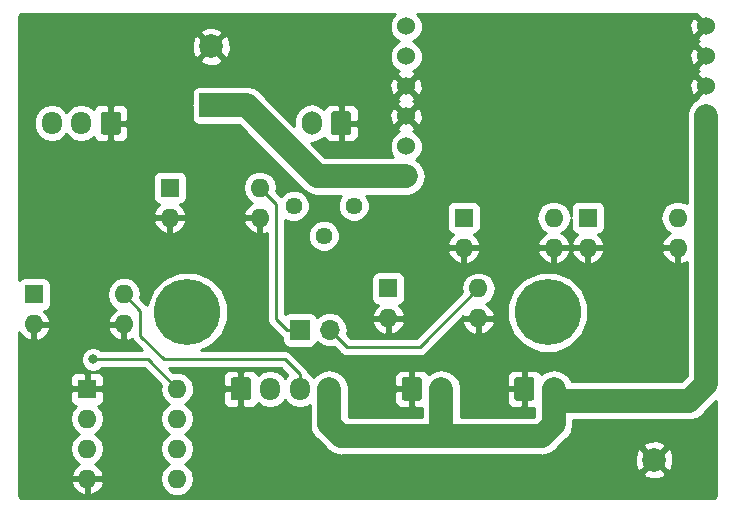
<source format=gbl>
%TF.GenerationSoftware,KiCad,Pcbnew,5.0.2+dfsg1-1*%
%TF.CreationDate,2022-04-21T18:12:01+09:00*%
%TF.ProjectId,car-psu-generic,6361722d-7073-4752-9d67-656e65726963,rev?*%
%TF.SameCoordinates,Original*%
%TF.FileFunction,Copper,L2,Bot*%
%TF.FilePolarity,Positive*%
%FSLAX46Y46*%
G04 Gerber Fmt 4.6, Leading zero omitted, Abs format (unit mm)*
G04 Created by KiCad (PCBNEW 5.0.2+dfsg1-1) date Thu 21 Apr 2022 06:12:01 PM JST*
%MOMM*%
%LPD*%
G01*
G04 APERTURE LIST*
%ADD10C,0.100000*%
%ADD11C,1.700000*%
%ADD12O,1.700000X1.950000*%
%ADD13O,1.700000X2.000000*%
%ADD14C,1.524000*%
%ADD15O,1.600000X1.600000*%
%ADD16R,1.600000X1.600000*%
%ADD17C,5.600000*%
%ADD18C,2.000000*%
%ADD19R,2.000000X2.000000*%
%ADD20R,1.700000X1.700000*%
%ADD21O,1.700000X1.700000*%
%ADD22C,1.440000*%
%ADD23C,0.800000*%
%ADD24C,2.000000*%
%ADD25C,0.250000*%
%ADD26C,0.254000*%
G04 APERTURE END LIST*
D10*
G36*
X104124504Y-54026204D02*
X104148773Y-54029804D01*
X104172571Y-54035765D01*
X104195671Y-54044030D01*
X104217849Y-54054520D01*
X104238893Y-54067133D01*
X104258598Y-54081747D01*
X104276777Y-54098223D01*
X104293253Y-54116402D01*
X104307867Y-54136107D01*
X104320480Y-54157151D01*
X104330970Y-54179329D01*
X104339235Y-54202429D01*
X104345196Y-54226227D01*
X104348796Y-54250496D01*
X104350000Y-54275000D01*
X104350000Y-55725000D01*
X104348796Y-55749504D01*
X104345196Y-55773773D01*
X104339235Y-55797571D01*
X104330970Y-55820671D01*
X104320480Y-55842849D01*
X104307867Y-55863893D01*
X104293253Y-55883598D01*
X104276777Y-55901777D01*
X104258598Y-55918253D01*
X104238893Y-55932867D01*
X104217849Y-55945480D01*
X104195671Y-55955970D01*
X104172571Y-55964235D01*
X104148773Y-55970196D01*
X104124504Y-55973796D01*
X104100000Y-55975000D01*
X102900000Y-55975000D01*
X102875496Y-55973796D01*
X102851227Y-55970196D01*
X102827429Y-55964235D01*
X102804329Y-55955970D01*
X102782151Y-55945480D01*
X102761107Y-55932867D01*
X102741402Y-55918253D01*
X102723223Y-55901777D01*
X102706747Y-55883598D01*
X102692133Y-55863893D01*
X102679520Y-55842849D01*
X102669030Y-55820671D01*
X102660765Y-55797571D01*
X102654804Y-55773773D01*
X102651204Y-55749504D01*
X102650000Y-55725000D01*
X102650000Y-54275000D01*
X102651204Y-54250496D01*
X102654804Y-54226227D01*
X102660765Y-54202429D01*
X102669030Y-54179329D01*
X102679520Y-54157151D01*
X102692133Y-54136107D01*
X102706747Y-54116402D01*
X102723223Y-54098223D01*
X102741402Y-54081747D01*
X102761107Y-54067133D01*
X102782151Y-54054520D01*
X102804329Y-54044030D01*
X102827429Y-54035765D01*
X102851227Y-54029804D01*
X102875496Y-54026204D01*
X102900000Y-54025000D01*
X104100000Y-54025000D01*
X104124504Y-54026204D01*
X104124504Y-54026204D01*
G37*
D11*
X103500000Y-55000000D03*
D12*
X101000000Y-55000000D03*
X98500000Y-55000000D03*
D10*
G36*
X123624504Y-54001204D02*
X123648773Y-54004804D01*
X123672571Y-54010765D01*
X123695671Y-54019030D01*
X123717849Y-54029520D01*
X123738893Y-54042133D01*
X123758598Y-54056747D01*
X123776777Y-54073223D01*
X123793253Y-54091402D01*
X123807867Y-54111107D01*
X123820480Y-54132151D01*
X123830970Y-54154329D01*
X123839235Y-54177429D01*
X123845196Y-54201227D01*
X123848796Y-54225496D01*
X123850000Y-54250000D01*
X123850000Y-55750000D01*
X123848796Y-55774504D01*
X123845196Y-55798773D01*
X123839235Y-55822571D01*
X123830970Y-55845671D01*
X123820480Y-55867849D01*
X123807867Y-55888893D01*
X123793253Y-55908598D01*
X123776777Y-55926777D01*
X123758598Y-55943253D01*
X123738893Y-55957867D01*
X123717849Y-55970480D01*
X123695671Y-55980970D01*
X123672571Y-55989235D01*
X123648773Y-55995196D01*
X123624504Y-55998796D01*
X123600000Y-56000000D01*
X122400000Y-56000000D01*
X122375496Y-55998796D01*
X122351227Y-55995196D01*
X122327429Y-55989235D01*
X122304329Y-55980970D01*
X122282151Y-55970480D01*
X122261107Y-55957867D01*
X122241402Y-55943253D01*
X122223223Y-55926777D01*
X122206747Y-55908598D01*
X122192133Y-55888893D01*
X122179520Y-55867849D01*
X122169030Y-55845671D01*
X122160765Y-55822571D01*
X122154804Y-55798773D01*
X122151204Y-55774504D01*
X122150000Y-55750000D01*
X122150000Y-54250000D01*
X122151204Y-54225496D01*
X122154804Y-54201227D01*
X122160765Y-54177429D01*
X122169030Y-54154329D01*
X122179520Y-54132151D01*
X122192133Y-54111107D01*
X122206747Y-54091402D01*
X122223223Y-54073223D01*
X122241402Y-54056747D01*
X122261107Y-54042133D01*
X122282151Y-54029520D01*
X122304329Y-54019030D01*
X122327429Y-54010765D01*
X122351227Y-54004804D01*
X122375496Y-54001204D01*
X122400000Y-54000000D01*
X123600000Y-54000000D01*
X123624504Y-54001204D01*
X123624504Y-54001204D01*
G37*
D11*
X123000000Y-55000000D03*
D13*
X120500000Y-55000000D03*
X141000000Y-77500000D03*
D10*
G36*
X139124504Y-76501204D02*
X139148773Y-76504804D01*
X139172571Y-76510765D01*
X139195671Y-76519030D01*
X139217849Y-76529520D01*
X139238893Y-76542133D01*
X139258598Y-76556747D01*
X139276777Y-76573223D01*
X139293253Y-76591402D01*
X139307867Y-76611107D01*
X139320480Y-76632151D01*
X139330970Y-76654329D01*
X139339235Y-76677429D01*
X139345196Y-76701227D01*
X139348796Y-76725496D01*
X139350000Y-76750000D01*
X139350000Y-78250000D01*
X139348796Y-78274504D01*
X139345196Y-78298773D01*
X139339235Y-78322571D01*
X139330970Y-78345671D01*
X139320480Y-78367849D01*
X139307867Y-78388893D01*
X139293253Y-78408598D01*
X139276777Y-78426777D01*
X139258598Y-78443253D01*
X139238893Y-78457867D01*
X139217849Y-78470480D01*
X139195671Y-78480970D01*
X139172571Y-78489235D01*
X139148773Y-78495196D01*
X139124504Y-78498796D01*
X139100000Y-78500000D01*
X137900000Y-78500000D01*
X137875496Y-78498796D01*
X137851227Y-78495196D01*
X137827429Y-78489235D01*
X137804329Y-78480970D01*
X137782151Y-78470480D01*
X137761107Y-78457867D01*
X137741402Y-78443253D01*
X137723223Y-78426777D01*
X137706747Y-78408598D01*
X137692133Y-78388893D01*
X137679520Y-78367849D01*
X137669030Y-78345671D01*
X137660765Y-78322571D01*
X137654804Y-78298773D01*
X137651204Y-78274504D01*
X137650000Y-78250000D01*
X137650000Y-76750000D01*
X137651204Y-76725496D01*
X137654804Y-76701227D01*
X137660765Y-76677429D01*
X137669030Y-76654329D01*
X137679520Y-76632151D01*
X137692133Y-76611107D01*
X137706747Y-76591402D01*
X137723223Y-76573223D01*
X137741402Y-76556747D01*
X137761107Y-76542133D01*
X137782151Y-76529520D01*
X137804329Y-76519030D01*
X137827429Y-76510765D01*
X137851227Y-76504804D01*
X137875496Y-76501204D01*
X137900000Y-76500000D01*
X139100000Y-76500000D01*
X139124504Y-76501204D01*
X139124504Y-76501204D01*
G37*
D11*
X138500000Y-77500000D03*
D10*
G36*
X129624504Y-76501204D02*
X129648773Y-76504804D01*
X129672571Y-76510765D01*
X129695671Y-76519030D01*
X129717849Y-76529520D01*
X129738893Y-76542133D01*
X129758598Y-76556747D01*
X129776777Y-76573223D01*
X129793253Y-76591402D01*
X129807867Y-76611107D01*
X129820480Y-76632151D01*
X129830970Y-76654329D01*
X129839235Y-76677429D01*
X129845196Y-76701227D01*
X129848796Y-76725496D01*
X129850000Y-76750000D01*
X129850000Y-78250000D01*
X129848796Y-78274504D01*
X129845196Y-78298773D01*
X129839235Y-78322571D01*
X129830970Y-78345671D01*
X129820480Y-78367849D01*
X129807867Y-78388893D01*
X129793253Y-78408598D01*
X129776777Y-78426777D01*
X129758598Y-78443253D01*
X129738893Y-78457867D01*
X129717849Y-78470480D01*
X129695671Y-78480970D01*
X129672571Y-78489235D01*
X129648773Y-78495196D01*
X129624504Y-78498796D01*
X129600000Y-78500000D01*
X128400000Y-78500000D01*
X128375496Y-78498796D01*
X128351227Y-78495196D01*
X128327429Y-78489235D01*
X128304329Y-78480970D01*
X128282151Y-78470480D01*
X128261107Y-78457867D01*
X128241402Y-78443253D01*
X128223223Y-78426777D01*
X128206747Y-78408598D01*
X128192133Y-78388893D01*
X128179520Y-78367849D01*
X128169030Y-78345671D01*
X128160765Y-78322571D01*
X128154804Y-78298773D01*
X128151204Y-78274504D01*
X128150000Y-78250000D01*
X128150000Y-76750000D01*
X128151204Y-76725496D01*
X128154804Y-76701227D01*
X128160765Y-76677429D01*
X128169030Y-76654329D01*
X128179520Y-76632151D01*
X128192133Y-76611107D01*
X128206747Y-76591402D01*
X128223223Y-76573223D01*
X128241402Y-76556747D01*
X128261107Y-76542133D01*
X128282151Y-76529520D01*
X128304329Y-76519030D01*
X128327429Y-76510765D01*
X128351227Y-76504804D01*
X128375496Y-76501204D01*
X128400000Y-76500000D01*
X129600000Y-76500000D01*
X129624504Y-76501204D01*
X129624504Y-76501204D01*
G37*
D11*
X129000000Y-77500000D03*
D13*
X131500000Y-77500000D03*
D10*
G36*
X115124504Y-76526204D02*
X115148773Y-76529804D01*
X115172571Y-76535765D01*
X115195671Y-76544030D01*
X115217849Y-76554520D01*
X115238893Y-76567133D01*
X115258598Y-76581747D01*
X115276777Y-76598223D01*
X115293253Y-76616402D01*
X115307867Y-76636107D01*
X115320480Y-76657151D01*
X115330970Y-76679329D01*
X115339235Y-76702429D01*
X115345196Y-76726227D01*
X115348796Y-76750496D01*
X115350000Y-76775000D01*
X115350000Y-78225000D01*
X115348796Y-78249504D01*
X115345196Y-78273773D01*
X115339235Y-78297571D01*
X115330970Y-78320671D01*
X115320480Y-78342849D01*
X115307867Y-78363893D01*
X115293253Y-78383598D01*
X115276777Y-78401777D01*
X115258598Y-78418253D01*
X115238893Y-78432867D01*
X115217849Y-78445480D01*
X115195671Y-78455970D01*
X115172571Y-78464235D01*
X115148773Y-78470196D01*
X115124504Y-78473796D01*
X115100000Y-78475000D01*
X113900000Y-78475000D01*
X113875496Y-78473796D01*
X113851227Y-78470196D01*
X113827429Y-78464235D01*
X113804329Y-78455970D01*
X113782151Y-78445480D01*
X113761107Y-78432867D01*
X113741402Y-78418253D01*
X113723223Y-78401777D01*
X113706747Y-78383598D01*
X113692133Y-78363893D01*
X113679520Y-78342849D01*
X113669030Y-78320671D01*
X113660765Y-78297571D01*
X113654804Y-78273773D01*
X113651204Y-78249504D01*
X113650000Y-78225000D01*
X113650000Y-76775000D01*
X113651204Y-76750496D01*
X113654804Y-76726227D01*
X113660765Y-76702429D01*
X113669030Y-76679329D01*
X113679520Y-76657151D01*
X113692133Y-76636107D01*
X113706747Y-76616402D01*
X113723223Y-76598223D01*
X113741402Y-76581747D01*
X113761107Y-76567133D01*
X113782151Y-76554520D01*
X113804329Y-76544030D01*
X113827429Y-76535765D01*
X113851227Y-76529804D01*
X113875496Y-76526204D01*
X113900000Y-76525000D01*
X115100000Y-76525000D01*
X115124504Y-76526204D01*
X115124504Y-76526204D01*
G37*
D11*
X114500000Y-77500000D03*
D12*
X117000000Y-77500000D03*
X119500000Y-77500000D03*
X122000000Y-77500000D03*
D14*
X128500000Y-46800000D03*
X128500000Y-49340000D03*
X128500000Y-51880000D03*
X128500000Y-54420000D03*
X128500000Y-56960000D03*
X128500000Y-59500000D03*
X153900000Y-46800000D03*
X153900000Y-49340000D03*
X153900000Y-51880000D03*
X153900000Y-54420000D03*
X153900000Y-56960000D03*
X153900000Y-59500000D03*
D15*
X116120000Y-60460000D03*
X108500000Y-63000000D03*
X116120000Y-63000000D03*
D16*
X108500000Y-60460000D03*
X143880000Y-63000000D03*
D15*
X151500000Y-65540000D03*
X143880000Y-65540000D03*
X151500000Y-63000000D03*
D16*
X133380000Y-63000000D03*
D15*
X141000000Y-65540000D03*
X133380000Y-65540000D03*
X141000000Y-63000000D03*
X104620000Y-69500000D03*
X97000000Y-72040000D03*
X104620000Y-72040000D03*
D16*
X97000000Y-69500000D03*
D17*
X110000000Y-71000000D03*
X140500000Y-71000000D03*
D18*
X112000000Y-48500000D03*
D19*
X112000000Y-53500000D03*
X149500000Y-78500000D03*
D18*
X149500000Y-83500000D03*
D20*
X119500000Y-72500000D03*
D21*
X122040000Y-72500000D03*
D22*
X124080000Y-62000000D03*
X121540000Y-64540000D03*
X119000000Y-62000000D03*
D16*
X101500000Y-77500000D03*
D15*
X109120000Y-85120000D03*
X101500000Y-80040000D03*
X109120000Y-82580000D03*
X101500000Y-82580000D03*
X109120000Y-80040000D03*
X101500000Y-85120000D03*
X109120000Y-77500000D03*
D16*
X127000000Y-69000000D03*
D15*
X134620000Y-71540000D03*
X127000000Y-71540000D03*
X134620000Y-69000000D03*
D23*
X102000000Y-75000000D03*
D24*
X112000000Y-53500000D02*
X115000000Y-53500000D01*
X115000000Y-53500000D02*
X121000000Y-59500000D01*
X121000000Y-59500000D02*
X124000000Y-59500000D01*
D25*
X124080000Y-59580000D02*
X124000000Y-59500000D01*
D24*
X124000000Y-59500000D02*
X128500000Y-59500000D01*
D25*
X106620000Y-75000000D02*
X109120000Y-77500000D01*
X102000000Y-75000000D02*
X106620000Y-75000000D01*
D24*
X153900000Y-54420000D02*
X153900000Y-59500000D01*
X122000000Y-80475000D02*
X123025000Y-81500000D01*
X122000000Y-77500000D02*
X122000000Y-80475000D01*
X123025000Y-81500000D02*
X140000000Y-81500000D01*
X141000000Y-80500000D02*
X141000000Y-77500000D01*
X140000000Y-81500000D02*
X141000000Y-80500000D01*
X131500000Y-77500000D02*
X131500000Y-81500000D01*
X149500000Y-78500000D02*
X141000000Y-78500000D01*
X153900000Y-59500000D02*
X153900000Y-77100000D01*
X152500000Y-78500000D02*
X149500000Y-78500000D01*
X153900000Y-77100000D02*
X152500000Y-78500000D01*
D25*
X117500000Y-61840000D02*
X116120000Y-60460000D01*
X118400000Y-72500000D02*
X117500000Y-71600000D01*
X119500000Y-72500000D02*
X118400000Y-72500000D01*
X117500000Y-71600000D02*
X117500000Y-61840000D01*
X104620000Y-69500000D02*
X106000000Y-70880000D01*
X106000000Y-70880000D02*
X106000000Y-73000000D01*
X106000000Y-73000000D02*
X108000000Y-75000000D01*
X108000000Y-75000000D02*
X117125000Y-75000000D01*
X119460000Y-77460000D02*
X119500000Y-77500000D01*
X118225000Y-75000000D02*
X118000000Y-75000000D01*
X119500000Y-76275000D02*
X118225000Y-75000000D01*
X119500000Y-77500000D02*
X119500000Y-76275000D01*
X117125000Y-75000000D02*
X118000000Y-75000000D01*
X122040000Y-72500000D02*
X123500000Y-73960000D01*
X129660000Y-73960000D02*
X134620000Y-69000000D01*
X123500000Y-73960000D02*
X129660000Y-73960000D01*
D26*
G36*
X127315680Y-46008663D02*
X127103000Y-46522119D01*
X127103000Y-47077881D01*
X127315680Y-47591337D01*
X127708663Y-47984320D01*
X127915513Y-48070000D01*
X127708663Y-48155680D01*
X127315680Y-48548663D01*
X127103000Y-49062119D01*
X127103000Y-49617881D01*
X127315680Y-50131337D01*
X127708663Y-50524320D01*
X127899647Y-50603428D01*
X127768857Y-50657603D01*
X127699392Y-50899787D01*
X128500000Y-51700395D01*
X129300608Y-50899787D01*
X129231143Y-50657603D01*
X129090607Y-50607465D01*
X129291337Y-50524320D01*
X129684320Y-50131337D01*
X129897000Y-49617881D01*
X129897000Y-49132302D01*
X152490856Y-49132302D01*
X152518638Y-49687368D01*
X152677603Y-50071143D01*
X152919787Y-50140608D01*
X153720395Y-49340000D01*
X152919787Y-48539392D01*
X152677603Y-48608857D01*
X152490856Y-49132302D01*
X129897000Y-49132302D01*
X129897000Y-49062119D01*
X129684320Y-48548663D01*
X129291337Y-48155680D01*
X129084487Y-48070000D01*
X129291337Y-47984320D01*
X129684320Y-47591337D01*
X129897000Y-47077881D01*
X129897000Y-46592302D01*
X152490856Y-46592302D01*
X152518638Y-47147368D01*
X152677603Y-47531143D01*
X152919787Y-47600608D01*
X153720395Y-46800000D01*
X152919787Y-45999392D01*
X152677603Y-46068857D01*
X152490856Y-46592302D01*
X129897000Y-46592302D01*
X129897000Y-46522119D01*
X129684320Y-46008663D01*
X129410657Y-45735000D01*
X153123711Y-45735000D01*
X153099392Y-45819787D01*
X153900000Y-46620395D01*
X153914143Y-46606253D01*
X154093748Y-46785858D01*
X154079605Y-46800000D01*
X154093748Y-46814143D01*
X153914143Y-46993748D01*
X153900000Y-46979605D01*
X153099392Y-47780213D01*
X153168857Y-48022397D01*
X153292344Y-48066453D01*
X153168857Y-48117603D01*
X153099392Y-48359787D01*
X153900000Y-49160395D01*
X153914143Y-49146253D01*
X154093748Y-49325858D01*
X154079605Y-49340000D01*
X154093748Y-49354143D01*
X153914143Y-49533748D01*
X153900000Y-49519605D01*
X153099392Y-50320213D01*
X153168857Y-50562397D01*
X153292344Y-50606453D01*
X153168857Y-50657603D01*
X153099392Y-50899787D01*
X153900000Y-51700395D01*
X153914143Y-51686253D01*
X154093748Y-51865858D01*
X154079605Y-51880000D01*
X154093748Y-51894143D01*
X153914143Y-52073748D01*
X153900000Y-52059605D01*
X153099392Y-52860213D01*
X153130283Y-52967911D01*
X152721231Y-53241231D01*
X152359864Y-53782056D01*
X152265000Y-54258970D01*
X152265001Y-59338965D01*
X152265000Y-59338970D01*
X152265000Y-61785298D01*
X152059909Y-61648260D01*
X151641333Y-61565000D01*
X151358667Y-61565000D01*
X150940091Y-61648260D01*
X150465423Y-61965423D01*
X150148260Y-62440091D01*
X150036887Y-63000000D01*
X150148260Y-63559909D01*
X150465423Y-64034577D01*
X150849108Y-64290947D01*
X150644866Y-64387611D01*
X150268959Y-64802577D01*
X150108096Y-65190961D01*
X150230085Y-65413000D01*
X151373000Y-65413000D01*
X151373000Y-65393000D01*
X151627000Y-65393000D01*
X151627000Y-65413000D01*
X151647000Y-65413000D01*
X151647000Y-65667000D01*
X151627000Y-65667000D01*
X151627000Y-66810629D01*
X151849041Y-66931914D01*
X152265000Y-66735048D01*
X152265001Y-76422760D01*
X151822762Y-76865000D01*
X150562541Y-76865000D01*
X150500000Y-76852560D01*
X148500000Y-76852560D01*
X148437459Y-76865000D01*
X142540722Y-76865000D01*
X142540136Y-76862055D01*
X142178769Y-76321231D01*
X141637945Y-75959864D01*
X141000000Y-75832969D01*
X140362056Y-75959864D01*
X139932481Y-76246897D01*
X139888327Y-76140301D01*
X139709698Y-75961673D01*
X139476309Y-75865000D01*
X138785750Y-75865000D01*
X138627000Y-76023750D01*
X138627000Y-77373000D01*
X138647000Y-77373000D01*
X138647000Y-77627000D01*
X138627000Y-77627000D01*
X138627000Y-78976250D01*
X138785750Y-79135000D01*
X139365000Y-79135000D01*
X139365000Y-79822761D01*
X139322762Y-79865000D01*
X133135000Y-79865000D01*
X133135000Y-77785750D01*
X137015000Y-77785750D01*
X137015000Y-78626310D01*
X137111673Y-78859699D01*
X137290302Y-79038327D01*
X137523691Y-79135000D01*
X138214250Y-79135000D01*
X138373000Y-78976250D01*
X138373000Y-77627000D01*
X137173750Y-77627000D01*
X137015000Y-77785750D01*
X133135000Y-77785750D01*
X133135000Y-77338969D01*
X133040136Y-76862055D01*
X132713821Y-76373690D01*
X137015000Y-76373690D01*
X137015000Y-77214250D01*
X137173750Y-77373000D01*
X138373000Y-77373000D01*
X138373000Y-76023750D01*
X138214250Y-75865000D01*
X137523691Y-75865000D01*
X137290302Y-75961673D01*
X137111673Y-76140301D01*
X137015000Y-76373690D01*
X132713821Y-76373690D01*
X132678769Y-76321231D01*
X132137944Y-75959864D01*
X131500000Y-75832969D01*
X130862055Y-75959864D01*
X130432480Y-76246897D01*
X130388327Y-76140301D01*
X130209698Y-75961673D01*
X129976309Y-75865000D01*
X129285750Y-75865000D01*
X129127000Y-76023750D01*
X129127000Y-77373000D01*
X129147000Y-77373000D01*
X129147000Y-77627000D01*
X129127000Y-77627000D01*
X129127000Y-78976250D01*
X129285750Y-79135000D01*
X129865000Y-79135000D01*
X129865001Y-79865000D01*
X123702238Y-79865000D01*
X123635000Y-79797762D01*
X123635000Y-77785750D01*
X127515000Y-77785750D01*
X127515000Y-78626310D01*
X127611673Y-78859699D01*
X127790302Y-79038327D01*
X128023691Y-79135000D01*
X128714250Y-79135000D01*
X128873000Y-78976250D01*
X128873000Y-77627000D01*
X127673750Y-77627000D01*
X127515000Y-77785750D01*
X123635000Y-77785750D01*
X123635000Y-77338969D01*
X123540136Y-76862055D01*
X123213821Y-76373690D01*
X127515000Y-76373690D01*
X127515000Y-77214250D01*
X127673750Y-77373000D01*
X128873000Y-77373000D01*
X128873000Y-76023750D01*
X128714250Y-75865000D01*
X128023691Y-75865000D01*
X127790302Y-75961673D01*
X127611673Y-76140301D01*
X127515000Y-76373690D01*
X123213821Y-76373690D01*
X123178769Y-76321231D01*
X122637944Y-75959864D01*
X122000000Y-75832969D01*
X121362055Y-75959864D01*
X120821231Y-76321231D01*
X120701560Y-76500332D01*
X120570625Y-76304375D01*
X120236297Y-76080985D01*
X120215904Y-75978463D01*
X120156795Y-75890000D01*
X120090329Y-75790526D01*
X120090327Y-75790524D01*
X120047929Y-75727071D01*
X119984476Y-75684673D01*
X118815331Y-74515530D01*
X118772929Y-74452071D01*
X118521537Y-74284096D01*
X118299852Y-74240000D01*
X118299847Y-74240000D01*
X118225000Y-74225112D01*
X118150153Y-74240000D01*
X111154036Y-74240000D01*
X111945771Y-73912053D01*
X112912053Y-72945771D01*
X113435000Y-71683264D01*
X113435000Y-70316736D01*
X112912053Y-69054229D01*
X111945771Y-68087947D01*
X110683264Y-67565000D01*
X109316736Y-67565000D01*
X108054229Y-68087947D01*
X107087947Y-69054229D01*
X106565000Y-70316736D01*
X106565000Y-70357620D01*
X106547929Y-70332071D01*
X106484473Y-70289671D01*
X106018688Y-69823886D01*
X106083113Y-69500000D01*
X105971740Y-68940091D01*
X105654577Y-68465423D01*
X105179909Y-68148260D01*
X104761333Y-68065000D01*
X104478667Y-68065000D01*
X104060091Y-68148260D01*
X103585423Y-68465423D01*
X103268260Y-68940091D01*
X103156887Y-69500000D01*
X103268260Y-70059909D01*
X103585423Y-70534577D01*
X103969108Y-70790947D01*
X103764866Y-70887611D01*
X103388959Y-71302577D01*
X103228096Y-71690961D01*
X103350085Y-71913000D01*
X104493000Y-71913000D01*
X104493000Y-71893000D01*
X104747000Y-71893000D01*
X104747000Y-71913000D01*
X104767000Y-71913000D01*
X104767000Y-72167000D01*
X104747000Y-72167000D01*
X104747000Y-73310629D01*
X104969041Y-73431914D01*
X105281600Y-73283985D01*
X105284097Y-73296537D01*
X105452072Y-73547929D01*
X105515528Y-73590329D01*
X106165199Y-74240000D01*
X102703711Y-74240000D01*
X102586280Y-74122569D01*
X102205874Y-73965000D01*
X101794126Y-73965000D01*
X101413720Y-74122569D01*
X101122569Y-74413720D01*
X100965000Y-74794126D01*
X100965000Y-75205874D01*
X101122569Y-75586280D01*
X101413720Y-75877431D01*
X101794126Y-76035000D01*
X102205874Y-76035000D01*
X102586280Y-75877431D01*
X102703711Y-75760000D01*
X106305199Y-75760000D01*
X107721312Y-77176114D01*
X107656887Y-77500000D01*
X107768260Y-78059909D01*
X108085423Y-78534577D01*
X108437758Y-78770000D01*
X108085423Y-79005423D01*
X107768260Y-79480091D01*
X107656887Y-80040000D01*
X107768260Y-80599909D01*
X108085423Y-81074577D01*
X108437758Y-81310000D01*
X108085423Y-81545423D01*
X107768260Y-82020091D01*
X107656887Y-82580000D01*
X107768260Y-83139909D01*
X108085423Y-83614577D01*
X108437758Y-83850000D01*
X108085423Y-84085423D01*
X107768260Y-84560091D01*
X107656887Y-85120000D01*
X107768260Y-85679909D01*
X108085423Y-86154577D01*
X108560091Y-86471740D01*
X108978667Y-86555000D01*
X109261333Y-86555000D01*
X109679909Y-86471740D01*
X110154577Y-86154577D01*
X110471740Y-85679909D01*
X110583113Y-85120000D01*
X110490128Y-84652532D01*
X148527073Y-84652532D01*
X148625736Y-84919387D01*
X149235461Y-85145908D01*
X149885460Y-85121856D01*
X150374264Y-84919387D01*
X150472927Y-84652532D01*
X149500000Y-83679605D01*
X148527073Y-84652532D01*
X110490128Y-84652532D01*
X110471740Y-84560091D01*
X110154577Y-84085423D01*
X109802242Y-83850000D01*
X110154577Y-83614577D01*
X110407894Y-83235461D01*
X147854092Y-83235461D01*
X147878144Y-83885460D01*
X148080613Y-84374264D01*
X148347468Y-84472927D01*
X149320395Y-83500000D01*
X149679605Y-83500000D01*
X150652532Y-84472927D01*
X150919387Y-84374264D01*
X151145908Y-83764539D01*
X151121856Y-83114540D01*
X150919387Y-82625736D01*
X150652532Y-82527073D01*
X149679605Y-83500000D01*
X149320395Y-83500000D01*
X148347468Y-82527073D01*
X148080613Y-82625736D01*
X147854092Y-83235461D01*
X110407894Y-83235461D01*
X110471740Y-83139909D01*
X110583113Y-82580000D01*
X110471740Y-82020091D01*
X110154577Y-81545423D01*
X109802242Y-81310000D01*
X110154577Y-81074577D01*
X110471740Y-80599909D01*
X110583113Y-80040000D01*
X110471740Y-79480091D01*
X110154577Y-79005423D01*
X109802242Y-78770000D01*
X110154577Y-78534577D01*
X110471740Y-78059909D01*
X110526273Y-77785750D01*
X113015000Y-77785750D01*
X113015000Y-78601310D01*
X113111673Y-78834699D01*
X113290302Y-79013327D01*
X113523691Y-79110000D01*
X114214250Y-79110000D01*
X114373000Y-78951250D01*
X114373000Y-77627000D01*
X113173750Y-77627000D01*
X113015000Y-77785750D01*
X110526273Y-77785750D01*
X110583113Y-77500000D01*
X110471740Y-76940091D01*
X110154577Y-76465423D01*
X110054705Y-76398690D01*
X113015000Y-76398690D01*
X113015000Y-77214250D01*
X113173750Y-77373000D01*
X114373000Y-77373000D01*
X114373000Y-76048750D01*
X114214250Y-75890000D01*
X113523691Y-75890000D01*
X113290302Y-75986673D01*
X113111673Y-76165301D01*
X113015000Y-76398690D01*
X110054705Y-76398690D01*
X109679909Y-76148260D01*
X109261333Y-76065000D01*
X108978667Y-76065000D01*
X108796114Y-76101312D01*
X108454802Y-75760000D01*
X117910199Y-75760000D01*
X118444480Y-76294282D01*
X118429375Y-76304375D01*
X118250000Y-76572829D01*
X118070625Y-76304375D01*
X117579417Y-75976161D01*
X117000000Y-75860908D01*
X116420582Y-75976161D01*
X115942344Y-76295709D01*
X115888327Y-76165301D01*
X115709698Y-75986673D01*
X115476309Y-75890000D01*
X114785750Y-75890000D01*
X114627000Y-76048750D01*
X114627000Y-77373000D01*
X114647000Y-77373000D01*
X114647000Y-77627000D01*
X114627000Y-77627000D01*
X114627000Y-78951250D01*
X114785750Y-79110000D01*
X115476309Y-79110000D01*
X115709698Y-79013327D01*
X115888327Y-78834699D01*
X115942344Y-78704291D01*
X116420583Y-79023839D01*
X117000000Y-79139092D01*
X117579418Y-79023839D01*
X118070625Y-78695625D01*
X118250000Y-78427171D01*
X118429375Y-78695625D01*
X118920583Y-79023839D01*
X119500000Y-79139092D01*
X120079418Y-79023839D01*
X120365000Y-78833019D01*
X120365001Y-80313966D01*
X120332969Y-80475000D01*
X120409960Y-80862055D01*
X120459865Y-81112945D01*
X120821232Y-81653769D01*
X120957748Y-81744986D01*
X121755012Y-82542250D01*
X121846231Y-82678769D01*
X122387055Y-83040136D01*
X122863969Y-83135000D01*
X122863970Y-83135000D01*
X123025000Y-83167031D01*
X123186030Y-83135000D01*
X131338969Y-83135000D01*
X131500000Y-83167031D01*
X131661031Y-83135000D01*
X139838970Y-83135000D01*
X140000000Y-83167031D01*
X140161030Y-83135000D01*
X140161031Y-83135000D01*
X140637945Y-83040136D01*
X141178769Y-82678769D01*
X141269988Y-82542250D01*
X141464770Y-82347468D01*
X148527073Y-82347468D01*
X149500000Y-83320395D01*
X150472927Y-82347468D01*
X150374264Y-82080613D01*
X149764539Y-81854092D01*
X149114540Y-81878144D01*
X148625736Y-82080613D01*
X148527073Y-82347468D01*
X141464770Y-82347468D01*
X142042253Y-81769986D01*
X142178769Y-81678769D01*
X142370556Y-81391740D01*
X142540136Y-81137946D01*
X142667031Y-80500000D01*
X142635000Y-80338969D01*
X142635000Y-80135000D01*
X148437459Y-80135000D01*
X148500000Y-80147440D01*
X150500000Y-80147440D01*
X150562541Y-80135000D01*
X152338970Y-80135000D01*
X152500000Y-80167031D01*
X152661030Y-80135000D01*
X152661031Y-80135000D01*
X153137945Y-80040136D01*
X153678769Y-79678769D01*
X153769988Y-79542250D01*
X154765001Y-78547238D01*
X154765001Y-86427605D01*
X154731525Y-86595899D01*
X154677201Y-86677202D01*
X154595901Y-86731525D01*
X154427610Y-86765000D01*
X96072390Y-86765000D01*
X95904101Y-86731525D01*
X95822798Y-86677201D01*
X95768475Y-86595901D01*
X95735000Y-86427610D01*
X95735000Y-85469039D01*
X100108096Y-85469039D01*
X100268959Y-85857423D01*
X100644866Y-86272389D01*
X101150959Y-86511914D01*
X101373000Y-86390629D01*
X101373000Y-85247000D01*
X101627000Y-85247000D01*
X101627000Y-86390629D01*
X101849041Y-86511914D01*
X102355134Y-86272389D01*
X102731041Y-85857423D01*
X102891904Y-85469039D01*
X102769915Y-85247000D01*
X101627000Y-85247000D01*
X101373000Y-85247000D01*
X100230085Y-85247000D01*
X100108096Y-85469039D01*
X95735000Y-85469039D01*
X95735000Y-80040000D01*
X100036887Y-80040000D01*
X100148260Y-80599909D01*
X100465423Y-81074577D01*
X100817758Y-81310000D01*
X100465423Y-81545423D01*
X100148260Y-82020091D01*
X100036887Y-82580000D01*
X100148260Y-83139909D01*
X100465423Y-83614577D01*
X100849108Y-83870947D01*
X100644866Y-83967611D01*
X100268959Y-84382577D01*
X100108096Y-84770961D01*
X100230085Y-84993000D01*
X101373000Y-84993000D01*
X101373000Y-84973000D01*
X101627000Y-84973000D01*
X101627000Y-84993000D01*
X102769915Y-84993000D01*
X102891904Y-84770961D01*
X102731041Y-84382577D01*
X102355134Y-83967611D01*
X102150892Y-83870947D01*
X102534577Y-83614577D01*
X102851740Y-83139909D01*
X102963113Y-82580000D01*
X102851740Y-82020091D01*
X102534577Y-81545423D01*
X102182242Y-81310000D01*
X102534577Y-81074577D01*
X102851740Y-80599909D01*
X102963113Y-80040000D01*
X102851740Y-79480091D01*
X102534577Y-79005423D01*
X102428082Y-78934265D01*
X102659698Y-78838327D01*
X102838327Y-78659699D01*
X102935000Y-78426310D01*
X102935000Y-77785750D01*
X102776250Y-77627000D01*
X101627000Y-77627000D01*
X101627000Y-77647000D01*
X101373000Y-77647000D01*
X101373000Y-77627000D01*
X100223750Y-77627000D01*
X100065000Y-77785750D01*
X100065000Y-78426310D01*
X100161673Y-78659699D01*
X100340302Y-78838327D01*
X100571918Y-78934265D01*
X100465423Y-79005423D01*
X100148260Y-79480091D01*
X100036887Y-80040000D01*
X95735000Y-80040000D01*
X95735000Y-76573690D01*
X100065000Y-76573690D01*
X100065000Y-77214250D01*
X100223750Y-77373000D01*
X101373000Y-77373000D01*
X101373000Y-76223750D01*
X101627000Y-76223750D01*
X101627000Y-77373000D01*
X102776250Y-77373000D01*
X102935000Y-77214250D01*
X102935000Y-76573690D01*
X102838327Y-76340301D01*
X102659698Y-76161673D01*
X102426309Y-76065000D01*
X101785750Y-76065000D01*
X101627000Y-76223750D01*
X101373000Y-76223750D01*
X101214250Y-76065000D01*
X100573691Y-76065000D01*
X100340302Y-76161673D01*
X100161673Y-76340301D01*
X100065000Y-76573690D01*
X95735000Y-76573690D01*
X95735000Y-72695433D01*
X95768959Y-72777423D01*
X96144866Y-73192389D01*
X96650959Y-73431914D01*
X96873000Y-73310629D01*
X96873000Y-72167000D01*
X97127000Y-72167000D01*
X97127000Y-73310629D01*
X97349041Y-73431914D01*
X97855134Y-73192389D01*
X98231041Y-72777423D01*
X98391904Y-72389039D01*
X103228096Y-72389039D01*
X103388959Y-72777423D01*
X103764866Y-73192389D01*
X104270959Y-73431914D01*
X104493000Y-73310629D01*
X104493000Y-72167000D01*
X103350085Y-72167000D01*
X103228096Y-72389039D01*
X98391904Y-72389039D01*
X98269915Y-72167000D01*
X97127000Y-72167000D01*
X96873000Y-72167000D01*
X96853000Y-72167000D01*
X96853000Y-71913000D01*
X96873000Y-71913000D01*
X96873000Y-71893000D01*
X97127000Y-71893000D01*
X97127000Y-71913000D01*
X98269915Y-71913000D01*
X98391904Y-71690961D01*
X98231041Y-71302577D01*
X97892639Y-70929013D01*
X98047765Y-70898157D01*
X98257809Y-70757809D01*
X98398157Y-70547765D01*
X98447440Y-70300000D01*
X98447440Y-68700000D01*
X98398157Y-68452235D01*
X98257809Y-68242191D01*
X98047765Y-68101843D01*
X97800000Y-68052560D01*
X96200000Y-68052560D01*
X95952235Y-68101843D01*
X95742191Y-68242191D01*
X95735000Y-68252953D01*
X95735000Y-63349039D01*
X107108096Y-63349039D01*
X107268959Y-63737423D01*
X107644866Y-64152389D01*
X108150959Y-64391914D01*
X108373000Y-64270629D01*
X108373000Y-63127000D01*
X108627000Y-63127000D01*
X108627000Y-64270629D01*
X108849041Y-64391914D01*
X109355134Y-64152389D01*
X109731041Y-63737423D01*
X109891904Y-63349039D01*
X114728096Y-63349039D01*
X114888959Y-63737423D01*
X115264866Y-64152389D01*
X115770959Y-64391914D01*
X115993000Y-64270629D01*
X115993000Y-63127000D01*
X114850085Y-63127000D01*
X114728096Y-63349039D01*
X109891904Y-63349039D01*
X109769915Y-63127000D01*
X108627000Y-63127000D01*
X108373000Y-63127000D01*
X107230085Y-63127000D01*
X107108096Y-63349039D01*
X95735000Y-63349039D01*
X95735000Y-59660000D01*
X107052560Y-59660000D01*
X107052560Y-61260000D01*
X107101843Y-61507765D01*
X107242191Y-61717809D01*
X107452235Y-61858157D01*
X107607361Y-61889013D01*
X107268959Y-62262577D01*
X107108096Y-62650961D01*
X107230085Y-62873000D01*
X108373000Y-62873000D01*
X108373000Y-62853000D01*
X108627000Y-62853000D01*
X108627000Y-62873000D01*
X109769915Y-62873000D01*
X109891904Y-62650961D01*
X109731041Y-62262577D01*
X109392639Y-61889013D01*
X109547765Y-61858157D01*
X109757809Y-61717809D01*
X109898157Y-61507765D01*
X109947440Y-61260000D01*
X109947440Y-60460000D01*
X114656887Y-60460000D01*
X114768260Y-61019909D01*
X115085423Y-61494577D01*
X115469108Y-61750947D01*
X115264866Y-61847611D01*
X114888959Y-62262577D01*
X114728096Y-62650961D01*
X114850085Y-62873000D01*
X115993000Y-62873000D01*
X115993000Y-62853000D01*
X116247000Y-62853000D01*
X116247000Y-62873000D01*
X116267000Y-62873000D01*
X116267000Y-63127000D01*
X116247000Y-63127000D01*
X116247000Y-64270629D01*
X116469041Y-64391914D01*
X116740001Y-64263673D01*
X116740000Y-71525153D01*
X116725112Y-71600000D01*
X116740000Y-71674847D01*
X116740000Y-71674851D01*
X116784096Y-71896536D01*
X116952071Y-72147929D01*
X117015530Y-72190331D01*
X117809670Y-72984472D01*
X117852071Y-73047929D01*
X118002560Y-73148483D01*
X118002560Y-73350000D01*
X118051843Y-73597765D01*
X118192191Y-73807809D01*
X118402235Y-73948157D01*
X118650000Y-73997440D01*
X120350000Y-73997440D01*
X120597765Y-73948157D01*
X120807809Y-73807809D01*
X120948157Y-73597765D01*
X120957184Y-73552381D01*
X120969375Y-73570625D01*
X121460582Y-73898839D01*
X121893744Y-73985000D01*
X122186256Y-73985000D01*
X122406408Y-73941209D01*
X122909671Y-74444473D01*
X122952071Y-74507929D01*
X123015527Y-74550329D01*
X123203462Y-74675904D01*
X123251605Y-74685480D01*
X123425148Y-74720000D01*
X123425152Y-74720000D01*
X123500000Y-74734888D01*
X123574848Y-74720000D01*
X129585153Y-74720000D01*
X129660000Y-74734888D01*
X129734847Y-74720000D01*
X129734852Y-74720000D01*
X129956537Y-74675904D01*
X130207929Y-74507929D01*
X130250331Y-74444470D01*
X132805762Y-71889039D01*
X133228096Y-71889039D01*
X133388959Y-72277423D01*
X133764866Y-72692389D01*
X134270959Y-72931914D01*
X134493000Y-72810629D01*
X134493000Y-71667000D01*
X134747000Y-71667000D01*
X134747000Y-72810629D01*
X134969041Y-72931914D01*
X135475134Y-72692389D01*
X135851041Y-72277423D01*
X136011904Y-71889039D01*
X135889915Y-71667000D01*
X134747000Y-71667000D01*
X134493000Y-71667000D01*
X133350085Y-71667000D01*
X133228096Y-71889039D01*
X132805762Y-71889039D01*
X133325872Y-71368929D01*
X133350085Y-71413000D01*
X134493000Y-71413000D01*
X134493000Y-71393000D01*
X134747000Y-71393000D01*
X134747000Y-71413000D01*
X135889915Y-71413000D01*
X136011904Y-71190961D01*
X135851041Y-70802577D01*
X135475134Y-70387611D01*
X135325382Y-70316736D01*
X137065000Y-70316736D01*
X137065000Y-71683264D01*
X137587947Y-72945771D01*
X138554229Y-73912053D01*
X139816736Y-74435000D01*
X141183264Y-74435000D01*
X142445771Y-73912053D01*
X143412053Y-72945771D01*
X143935000Y-71683264D01*
X143935000Y-70316736D01*
X143412053Y-69054229D01*
X142445771Y-68087947D01*
X141183264Y-67565000D01*
X139816736Y-67565000D01*
X138554229Y-68087947D01*
X137587947Y-69054229D01*
X137065000Y-70316736D01*
X135325382Y-70316736D01*
X135270892Y-70290947D01*
X135654577Y-70034577D01*
X135971740Y-69559909D01*
X136083113Y-69000000D01*
X135971740Y-68440091D01*
X135654577Y-67965423D01*
X135179909Y-67648260D01*
X134761333Y-67565000D01*
X134478667Y-67565000D01*
X134060091Y-67648260D01*
X133585423Y-67965423D01*
X133268260Y-68440091D01*
X133156887Y-69000000D01*
X133221312Y-69323886D01*
X129345199Y-73200000D01*
X123814802Y-73200000D01*
X123481209Y-72866408D01*
X123554092Y-72500000D01*
X123438839Y-71920582D01*
X123417763Y-71889039D01*
X125608096Y-71889039D01*
X125768959Y-72277423D01*
X126144866Y-72692389D01*
X126650959Y-72931914D01*
X126873000Y-72810629D01*
X126873000Y-71667000D01*
X127127000Y-71667000D01*
X127127000Y-72810629D01*
X127349041Y-72931914D01*
X127855134Y-72692389D01*
X128231041Y-72277423D01*
X128391904Y-71889039D01*
X128269915Y-71667000D01*
X127127000Y-71667000D01*
X126873000Y-71667000D01*
X125730085Y-71667000D01*
X125608096Y-71889039D01*
X123417763Y-71889039D01*
X123110625Y-71429375D01*
X122619418Y-71101161D01*
X122186256Y-71015000D01*
X121893744Y-71015000D01*
X121460582Y-71101161D01*
X120969375Y-71429375D01*
X120957184Y-71447619D01*
X120948157Y-71402235D01*
X120807809Y-71192191D01*
X120597765Y-71051843D01*
X120350000Y-71002560D01*
X118650000Y-71002560D01*
X118402235Y-71051843D01*
X118260000Y-71146882D01*
X118260000Y-68200000D01*
X125552560Y-68200000D01*
X125552560Y-69800000D01*
X125601843Y-70047765D01*
X125742191Y-70257809D01*
X125952235Y-70398157D01*
X126107361Y-70429013D01*
X125768959Y-70802577D01*
X125608096Y-71190961D01*
X125730085Y-71413000D01*
X126873000Y-71413000D01*
X126873000Y-71393000D01*
X127127000Y-71393000D01*
X127127000Y-71413000D01*
X128269915Y-71413000D01*
X128391904Y-71190961D01*
X128231041Y-70802577D01*
X127892639Y-70429013D01*
X128047765Y-70398157D01*
X128257809Y-70257809D01*
X128398157Y-70047765D01*
X128447440Y-69800000D01*
X128447440Y-68200000D01*
X128398157Y-67952235D01*
X128257809Y-67742191D01*
X128047765Y-67601843D01*
X127800000Y-67552560D01*
X126200000Y-67552560D01*
X125952235Y-67601843D01*
X125742191Y-67742191D01*
X125601843Y-67952235D01*
X125552560Y-68200000D01*
X118260000Y-68200000D01*
X118260000Y-64270474D01*
X120185000Y-64270474D01*
X120185000Y-64809526D01*
X120391286Y-65307546D01*
X120772454Y-65688714D01*
X121270474Y-65895000D01*
X121809526Y-65895000D01*
X121823917Y-65889039D01*
X131988096Y-65889039D01*
X132148959Y-66277423D01*
X132524866Y-66692389D01*
X133030959Y-66931914D01*
X133253000Y-66810629D01*
X133253000Y-65667000D01*
X133507000Y-65667000D01*
X133507000Y-66810629D01*
X133729041Y-66931914D01*
X134235134Y-66692389D01*
X134611041Y-66277423D01*
X134771904Y-65889039D01*
X139608096Y-65889039D01*
X139768959Y-66277423D01*
X140144866Y-66692389D01*
X140650959Y-66931914D01*
X140873000Y-66810629D01*
X140873000Y-65667000D01*
X141127000Y-65667000D01*
X141127000Y-66810629D01*
X141349041Y-66931914D01*
X141855134Y-66692389D01*
X142231041Y-66277423D01*
X142391904Y-65889039D01*
X142488096Y-65889039D01*
X142648959Y-66277423D01*
X143024866Y-66692389D01*
X143530959Y-66931914D01*
X143753000Y-66810629D01*
X143753000Y-65667000D01*
X144007000Y-65667000D01*
X144007000Y-66810629D01*
X144229041Y-66931914D01*
X144735134Y-66692389D01*
X145111041Y-66277423D01*
X145271904Y-65889039D01*
X150108096Y-65889039D01*
X150268959Y-66277423D01*
X150644866Y-66692389D01*
X151150959Y-66931914D01*
X151373000Y-66810629D01*
X151373000Y-65667000D01*
X150230085Y-65667000D01*
X150108096Y-65889039D01*
X145271904Y-65889039D01*
X145149915Y-65667000D01*
X144007000Y-65667000D01*
X143753000Y-65667000D01*
X142610085Y-65667000D01*
X142488096Y-65889039D01*
X142391904Y-65889039D01*
X142269915Y-65667000D01*
X141127000Y-65667000D01*
X140873000Y-65667000D01*
X139730085Y-65667000D01*
X139608096Y-65889039D01*
X134771904Y-65889039D01*
X134649915Y-65667000D01*
X133507000Y-65667000D01*
X133253000Y-65667000D01*
X132110085Y-65667000D01*
X131988096Y-65889039D01*
X121823917Y-65889039D01*
X122307546Y-65688714D01*
X122688714Y-65307546D01*
X122895000Y-64809526D01*
X122895000Y-64270474D01*
X122688714Y-63772454D01*
X122307546Y-63391286D01*
X121809526Y-63185000D01*
X121270474Y-63185000D01*
X120772454Y-63391286D01*
X120391286Y-63772454D01*
X120185000Y-64270474D01*
X118260000Y-64270474D01*
X118260000Y-63160124D01*
X118730474Y-63355000D01*
X119269526Y-63355000D01*
X119767546Y-63148714D01*
X120148714Y-62767546D01*
X120355000Y-62269526D01*
X120355000Y-61730474D01*
X120148714Y-61232454D01*
X119767546Y-60851286D01*
X119269526Y-60645000D01*
X118730474Y-60645000D01*
X118232454Y-60851286D01*
X117909271Y-61174469D01*
X117518688Y-60783886D01*
X117583113Y-60460000D01*
X117471740Y-59900091D01*
X117154577Y-59425423D01*
X116679909Y-59108260D01*
X116261333Y-59025000D01*
X115978667Y-59025000D01*
X115560091Y-59108260D01*
X115085423Y-59425423D01*
X114768260Y-59900091D01*
X114656887Y-60460000D01*
X109947440Y-60460000D01*
X109947440Y-59660000D01*
X109898157Y-59412235D01*
X109757809Y-59202191D01*
X109547765Y-59061843D01*
X109300000Y-59012560D01*
X107700000Y-59012560D01*
X107452235Y-59061843D01*
X107242191Y-59202191D01*
X107101843Y-59412235D01*
X107052560Y-59660000D01*
X95735000Y-59660000D01*
X95735000Y-54728744D01*
X97015000Y-54728744D01*
X97015000Y-55271255D01*
X97101161Y-55704417D01*
X97429375Y-56195625D01*
X97920582Y-56523839D01*
X98500000Y-56639092D01*
X99079417Y-56523839D01*
X99570625Y-56195625D01*
X99750000Y-55927171D01*
X99929375Y-56195625D01*
X100420582Y-56523839D01*
X101000000Y-56639092D01*
X101579417Y-56523839D01*
X102057656Y-56204291D01*
X102111673Y-56334699D01*
X102290302Y-56513327D01*
X102523691Y-56610000D01*
X103214250Y-56610000D01*
X103373000Y-56451250D01*
X103373000Y-55127000D01*
X103627000Y-55127000D01*
X103627000Y-56451250D01*
X103785750Y-56610000D01*
X104476309Y-56610000D01*
X104709698Y-56513327D01*
X104888327Y-56334699D01*
X104985000Y-56101310D01*
X104985000Y-55285750D01*
X104826250Y-55127000D01*
X103627000Y-55127000D01*
X103373000Y-55127000D01*
X103353000Y-55127000D01*
X103353000Y-54873000D01*
X103373000Y-54873000D01*
X103373000Y-53548750D01*
X103627000Y-53548750D01*
X103627000Y-54873000D01*
X104826250Y-54873000D01*
X104985000Y-54714250D01*
X104985000Y-53898690D01*
X104888327Y-53665301D01*
X104723026Y-53500000D01*
X110332969Y-53500000D01*
X110352560Y-53598491D01*
X110352560Y-54500000D01*
X110401843Y-54747765D01*
X110542191Y-54957809D01*
X110752235Y-55098157D01*
X111000000Y-55147440D01*
X113000000Y-55147440D01*
X113062541Y-55135000D01*
X114322762Y-55135000D01*
X119730014Y-60542253D01*
X119821231Y-60678769D01*
X120362055Y-61040136D01*
X120838969Y-61135000D01*
X120838973Y-61135000D01*
X120999999Y-61167030D01*
X121161025Y-61135000D01*
X123028740Y-61135000D01*
X122931286Y-61232454D01*
X122725000Y-61730474D01*
X122725000Y-62269526D01*
X122931286Y-62767546D01*
X123312454Y-63148714D01*
X123810474Y-63355000D01*
X124349526Y-63355000D01*
X124847546Y-63148714D01*
X125228714Y-62767546D01*
X125435000Y-62269526D01*
X125435000Y-62200000D01*
X131932560Y-62200000D01*
X131932560Y-63800000D01*
X131981843Y-64047765D01*
X132122191Y-64257809D01*
X132332235Y-64398157D01*
X132487361Y-64429013D01*
X132148959Y-64802577D01*
X131988096Y-65190961D01*
X132110085Y-65413000D01*
X133253000Y-65413000D01*
X133253000Y-65393000D01*
X133507000Y-65393000D01*
X133507000Y-65413000D01*
X134649915Y-65413000D01*
X134771904Y-65190961D01*
X134611041Y-64802577D01*
X134272639Y-64429013D01*
X134427765Y-64398157D01*
X134637809Y-64257809D01*
X134778157Y-64047765D01*
X134827440Y-63800000D01*
X134827440Y-63000000D01*
X139536887Y-63000000D01*
X139648260Y-63559909D01*
X139965423Y-64034577D01*
X140349108Y-64290947D01*
X140144866Y-64387611D01*
X139768959Y-64802577D01*
X139608096Y-65190961D01*
X139730085Y-65413000D01*
X140873000Y-65413000D01*
X140873000Y-65393000D01*
X141127000Y-65393000D01*
X141127000Y-65413000D01*
X142269915Y-65413000D01*
X142391904Y-65190961D01*
X142231041Y-64802577D01*
X141855134Y-64387611D01*
X141650892Y-64290947D01*
X142034577Y-64034577D01*
X142351740Y-63559909D01*
X142432560Y-63153600D01*
X142432560Y-63800000D01*
X142481843Y-64047765D01*
X142622191Y-64257809D01*
X142832235Y-64398157D01*
X142987361Y-64429013D01*
X142648959Y-64802577D01*
X142488096Y-65190961D01*
X142610085Y-65413000D01*
X143753000Y-65413000D01*
X143753000Y-65393000D01*
X144007000Y-65393000D01*
X144007000Y-65413000D01*
X145149915Y-65413000D01*
X145271904Y-65190961D01*
X145111041Y-64802577D01*
X144772639Y-64429013D01*
X144927765Y-64398157D01*
X145137809Y-64257809D01*
X145278157Y-64047765D01*
X145327440Y-63800000D01*
X145327440Y-62200000D01*
X145278157Y-61952235D01*
X145137809Y-61742191D01*
X144927765Y-61601843D01*
X144680000Y-61552560D01*
X143080000Y-61552560D01*
X142832235Y-61601843D01*
X142622191Y-61742191D01*
X142481843Y-61952235D01*
X142432560Y-62200000D01*
X142432560Y-62846400D01*
X142351740Y-62440091D01*
X142034577Y-61965423D01*
X141559909Y-61648260D01*
X141141333Y-61565000D01*
X140858667Y-61565000D01*
X140440091Y-61648260D01*
X139965423Y-61965423D01*
X139648260Y-62440091D01*
X139536887Y-63000000D01*
X134827440Y-63000000D01*
X134827440Y-62200000D01*
X134778157Y-61952235D01*
X134637809Y-61742191D01*
X134427765Y-61601843D01*
X134180000Y-61552560D01*
X132580000Y-61552560D01*
X132332235Y-61601843D01*
X132122191Y-61742191D01*
X131981843Y-61952235D01*
X131932560Y-62200000D01*
X125435000Y-62200000D01*
X125435000Y-61730474D01*
X125228714Y-61232454D01*
X125131260Y-61135000D01*
X128661031Y-61135000D01*
X129137945Y-61040136D01*
X129678769Y-60678769D01*
X130040136Y-60137945D01*
X130167031Y-59500000D01*
X130040136Y-58862055D01*
X129678769Y-58321231D01*
X129340470Y-58095187D01*
X129684320Y-57751337D01*
X129897000Y-57237881D01*
X129897000Y-56682119D01*
X129684320Y-56168663D01*
X129291337Y-55775680D01*
X129100353Y-55696572D01*
X129231143Y-55642397D01*
X129300608Y-55400213D01*
X128500000Y-54599605D01*
X127699392Y-55400213D01*
X127768857Y-55642397D01*
X127909393Y-55692535D01*
X127708663Y-55775680D01*
X127315680Y-56168663D01*
X127103000Y-56682119D01*
X127103000Y-57237881D01*
X127315680Y-57751337D01*
X127429343Y-57865000D01*
X121677239Y-57865000D01*
X120470454Y-56658215D01*
X120500000Y-56664092D01*
X121079417Y-56548839D01*
X121557656Y-56229291D01*
X121611673Y-56359699D01*
X121790302Y-56538327D01*
X122023691Y-56635000D01*
X122714250Y-56635000D01*
X122873000Y-56476250D01*
X122873000Y-55127000D01*
X123127000Y-55127000D01*
X123127000Y-56476250D01*
X123285750Y-56635000D01*
X123976309Y-56635000D01*
X124209698Y-56538327D01*
X124388327Y-56359699D01*
X124485000Y-56126310D01*
X124485000Y-55285750D01*
X124326250Y-55127000D01*
X123127000Y-55127000D01*
X122873000Y-55127000D01*
X122853000Y-55127000D01*
X122853000Y-54873000D01*
X122873000Y-54873000D01*
X122873000Y-53523750D01*
X123127000Y-53523750D01*
X123127000Y-54873000D01*
X124326250Y-54873000D01*
X124485000Y-54714250D01*
X124485000Y-54212302D01*
X127090856Y-54212302D01*
X127118638Y-54767368D01*
X127277603Y-55151143D01*
X127519787Y-55220608D01*
X128320395Y-54420000D01*
X128679605Y-54420000D01*
X129480213Y-55220608D01*
X129722397Y-55151143D01*
X129909144Y-54627698D01*
X129881362Y-54072632D01*
X129722397Y-53688857D01*
X129480213Y-53619392D01*
X128679605Y-54420000D01*
X128320395Y-54420000D01*
X127519787Y-53619392D01*
X127277603Y-53688857D01*
X127090856Y-54212302D01*
X124485000Y-54212302D01*
X124485000Y-53873690D01*
X124388327Y-53640301D01*
X124209698Y-53461673D01*
X123976309Y-53365000D01*
X123285750Y-53365000D01*
X123127000Y-53523750D01*
X122873000Y-53523750D01*
X122714250Y-53365000D01*
X122023691Y-53365000D01*
X121790302Y-53461673D01*
X121611673Y-53640301D01*
X121557656Y-53770709D01*
X121079418Y-53451161D01*
X120500000Y-53335908D01*
X119920583Y-53451161D01*
X119429375Y-53779375D01*
X119101161Y-54270582D01*
X119015000Y-54703744D01*
X119015000Y-55202762D01*
X116672451Y-52860213D01*
X127699392Y-52860213D01*
X127768857Y-53102397D01*
X127892344Y-53146453D01*
X127768857Y-53197603D01*
X127699392Y-53439787D01*
X128500000Y-54240395D01*
X129300608Y-53439787D01*
X129231143Y-53197603D01*
X129107656Y-53153547D01*
X129231143Y-53102397D01*
X129300608Y-52860213D01*
X128500000Y-52059605D01*
X127699392Y-52860213D01*
X116672451Y-52860213D01*
X116269988Y-52457750D01*
X116178769Y-52321231D01*
X115637945Y-51959864D01*
X115161031Y-51865000D01*
X115161030Y-51865000D01*
X115000000Y-51832969D01*
X114838970Y-51865000D01*
X113062541Y-51865000D01*
X113000000Y-51852560D01*
X111000000Y-51852560D01*
X110752235Y-51901843D01*
X110542191Y-52042191D01*
X110401843Y-52252235D01*
X110352560Y-52500000D01*
X110352560Y-53401509D01*
X110332969Y-53500000D01*
X104723026Y-53500000D01*
X104709698Y-53486673D01*
X104476309Y-53390000D01*
X103785750Y-53390000D01*
X103627000Y-53548750D01*
X103373000Y-53548750D01*
X103214250Y-53390000D01*
X102523691Y-53390000D01*
X102290302Y-53486673D01*
X102111673Y-53665301D01*
X102057656Y-53795709D01*
X101579418Y-53476161D01*
X101000000Y-53360908D01*
X100420583Y-53476161D01*
X99929375Y-53804375D01*
X99750000Y-54072829D01*
X99570625Y-53804375D01*
X99079418Y-53476161D01*
X98500000Y-53360908D01*
X97920583Y-53476161D01*
X97429375Y-53804375D01*
X97101161Y-54295582D01*
X97015000Y-54728744D01*
X95735000Y-54728744D01*
X95735000Y-51672302D01*
X127090856Y-51672302D01*
X127118638Y-52227368D01*
X127277603Y-52611143D01*
X127519787Y-52680608D01*
X128320395Y-51880000D01*
X128679605Y-51880000D01*
X129480213Y-52680608D01*
X129722397Y-52611143D01*
X129909144Y-52087698D01*
X129888353Y-51672302D01*
X152490856Y-51672302D01*
X152518638Y-52227368D01*
X152677603Y-52611143D01*
X152919787Y-52680608D01*
X153720395Y-51880000D01*
X152919787Y-51079392D01*
X152677603Y-51148857D01*
X152490856Y-51672302D01*
X129888353Y-51672302D01*
X129881362Y-51532632D01*
X129722397Y-51148857D01*
X129480213Y-51079392D01*
X128679605Y-51880000D01*
X128320395Y-51880000D01*
X127519787Y-51079392D01*
X127277603Y-51148857D01*
X127090856Y-51672302D01*
X95735000Y-51672302D01*
X95735000Y-49652532D01*
X111027073Y-49652532D01*
X111125736Y-49919387D01*
X111735461Y-50145908D01*
X112385460Y-50121856D01*
X112874264Y-49919387D01*
X112972927Y-49652532D01*
X112000000Y-48679605D01*
X111027073Y-49652532D01*
X95735000Y-49652532D01*
X95735000Y-48235461D01*
X110354092Y-48235461D01*
X110378144Y-48885460D01*
X110580613Y-49374264D01*
X110847468Y-49472927D01*
X111820395Y-48500000D01*
X112179605Y-48500000D01*
X113152532Y-49472927D01*
X113419387Y-49374264D01*
X113645908Y-48764539D01*
X113621856Y-48114540D01*
X113419387Y-47625736D01*
X113152532Y-47527073D01*
X112179605Y-48500000D01*
X111820395Y-48500000D01*
X110847468Y-47527073D01*
X110580613Y-47625736D01*
X110354092Y-48235461D01*
X95735000Y-48235461D01*
X95735000Y-47347468D01*
X111027073Y-47347468D01*
X112000000Y-48320395D01*
X112972927Y-47347468D01*
X112874264Y-47080613D01*
X112264539Y-46854092D01*
X111614540Y-46878144D01*
X111125736Y-47080613D01*
X111027073Y-47347468D01*
X95735000Y-47347468D01*
X95735000Y-46072390D01*
X95768475Y-45904099D01*
X95822798Y-45822799D01*
X95904101Y-45768475D01*
X96072390Y-45735000D01*
X127589343Y-45735000D01*
X127315680Y-46008663D01*
X127315680Y-46008663D01*
G37*
X127315680Y-46008663D02*
X127103000Y-46522119D01*
X127103000Y-47077881D01*
X127315680Y-47591337D01*
X127708663Y-47984320D01*
X127915513Y-48070000D01*
X127708663Y-48155680D01*
X127315680Y-48548663D01*
X127103000Y-49062119D01*
X127103000Y-49617881D01*
X127315680Y-50131337D01*
X127708663Y-50524320D01*
X127899647Y-50603428D01*
X127768857Y-50657603D01*
X127699392Y-50899787D01*
X128500000Y-51700395D01*
X129300608Y-50899787D01*
X129231143Y-50657603D01*
X129090607Y-50607465D01*
X129291337Y-50524320D01*
X129684320Y-50131337D01*
X129897000Y-49617881D01*
X129897000Y-49132302D01*
X152490856Y-49132302D01*
X152518638Y-49687368D01*
X152677603Y-50071143D01*
X152919787Y-50140608D01*
X153720395Y-49340000D01*
X152919787Y-48539392D01*
X152677603Y-48608857D01*
X152490856Y-49132302D01*
X129897000Y-49132302D01*
X129897000Y-49062119D01*
X129684320Y-48548663D01*
X129291337Y-48155680D01*
X129084487Y-48070000D01*
X129291337Y-47984320D01*
X129684320Y-47591337D01*
X129897000Y-47077881D01*
X129897000Y-46592302D01*
X152490856Y-46592302D01*
X152518638Y-47147368D01*
X152677603Y-47531143D01*
X152919787Y-47600608D01*
X153720395Y-46800000D01*
X152919787Y-45999392D01*
X152677603Y-46068857D01*
X152490856Y-46592302D01*
X129897000Y-46592302D01*
X129897000Y-46522119D01*
X129684320Y-46008663D01*
X129410657Y-45735000D01*
X153123711Y-45735000D01*
X153099392Y-45819787D01*
X153900000Y-46620395D01*
X153914143Y-46606253D01*
X154093748Y-46785858D01*
X154079605Y-46800000D01*
X154093748Y-46814143D01*
X153914143Y-46993748D01*
X153900000Y-46979605D01*
X153099392Y-47780213D01*
X153168857Y-48022397D01*
X153292344Y-48066453D01*
X153168857Y-48117603D01*
X153099392Y-48359787D01*
X153900000Y-49160395D01*
X153914143Y-49146253D01*
X154093748Y-49325858D01*
X154079605Y-49340000D01*
X154093748Y-49354143D01*
X153914143Y-49533748D01*
X153900000Y-49519605D01*
X153099392Y-50320213D01*
X153168857Y-50562397D01*
X153292344Y-50606453D01*
X153168857Y-50657603D01*
X153099392Y-50899787D01*
X153900000Y-51700395D01*
X153914143Y-51686253D01*
X154093748Y-51865858D01*
X154079605Y-51880000D01*
X154093748Y-51894143D01*
X153914143Y-52073748D01*
X153900000Y-52059605D01*
X153099392Y-52860213D01*
X153130283Y-52967911D01*
X152721231Y-53241231D01*
X152359864Y-53782056D01*
X152265000Y-54258970D01*
X152265001Y-59338965D01*
X152265000Y-59338970D01*
X152265000Y-61785298D01*
X152059909Y-61648260D01*
X151641333Y-61565000D01*
X151358667Y-61565000D01*
X150940091Y-61648260D01*
X150465423Y-61965423D01*
X150148260Y-62440091D01*
X150036887Y-63000000D01*
X150148260Y-63559909D01*
X150465423Y-64034577D01*
X150849108Y-64290947D01*
X150644866Y-64387611D01*
X150268959Y-64802577D01*
X150108096Y-65190961D01*
X150230085Y-65413000D01*
X151373000Y-65413000D01*
X151373000Y-65393000D01*
X151627000Y-65393000D01*
X151627000Y-65413000D01*
X151647000Y-65413000D01*
X151647000Y-65667000D01*
X151627000Y-65667000D01*
X151627000Y-66810629D01*
X151849041Y-66931914D01*
X152265000Y-66735048D01*
X152265001Y-76422760D01*
X151822762Y-76865000D01*
X150562541Y-76865000D01*
X150500000Y-76852560D01*
X148500000Y-76852560D01*
X148437459Y-76865000D01*
X142540722Y-76865000D01*
X142540136Y-76862055D01*
X142178769Y-76321231D01*
X141637945Y-75959864D01*
X141000000Y-75832969D01*
X140362056Y-75959864D01*
X139932481Y-76246897D01*
X139888327Y-76140301D01*
X139709698Y-75961673D01*
X139476309Y-75865000D01*
X138785750Y-75865000D01*
X138627000Y-76023750D01*
X138627000Y-77373000D01*
X138647000Y-77373000D01*
X138647000Y-77627000D01*
X138627000Y-77627000D01*
X138627000Y-78976250D01*
X138785750Y-79135000D01*
X139365000Y-79135000D01*
X139365000Y-79822761D01*
X139322762Y-79865000D01*
X133135000Y-79865000D01*
X133135000Y-77785750D01*
X137015000Y-77785750D01*
X137015000Y-78626310D01*
X137111673Y-78859699D01*
X137290302Y-79038327D01*
X137523691Y-79135000D01*
X138214250Y-79135000D01*
X138373000Y-78976250D01*
X138373000Y-77627000D01*
X137173750Y-77627000D01*
X137015000Y-77785750D01*
X133135000Y-77785750D01*
X133135000Y-77338969D01*
X133040136Y-76862055D01*
X132713821Y-76373690D01*
X137015000Y-76373690D01*
X137015000Y-77214250D01*
X137173750Y-77373000D01*
X138373000Y-77373000D01*
X138373000Y-76023750D01*
X138214250Y-75865000D01*
X137523691Y-75865000D01*
X137290302Y-75961673D01*
X137111673Y-76140301D01*
X137015000Y-76373690D01*
X132713821Y-76373690D01*
X132678769Y-76321231D01*
X132137944Y-75959864D01*
X131500000Y-75832969D01*
X130862055Y-75959864D01*
X130432480Y-76246897D01*
X130388327Y-76140301D01*
X130209698Y-75961673D01*
X129976309Y-75865000D01*
X129285750Y-75865000D01*
X129127000Y-76023750D01*
X129127000Y-77373000D01*
X129147000Y-77373000D01*
X129147000Y-77627000D01*
X129127000Y-77627000D01*
X129127000Y-78976250D01*
X129285750Y-79135000D01*
X129865000Y-79135000D01*
X129865001Y-79865000D01*
X123702238Y-79865000D01*
X123635000Y-79797762D01*
X123635000Y-77785750D01*
X127515000Y-77785750D01*
X127515000Y-78626310D01*
X127611673Y-78859699D01*
X127790302Y-79038327D01*
X128023691Y-79135000D01*
X128714250Y-79135000D01*
X128873000Y-78976250D01*
X128873000Y-77627000D01*
X127673750Y-77627000D01*
X127515000Y-77785750D01*
X123635000Y-77785750D01*
X123635000Y-77338969D01*
X123540136Y-76862055D01*
X123213821Y-76373690D01*
X127515000Y-76373690D01*
X127515000Y-77214250D01*
X127673750Y-77373000D01*
X128873000Y-77373000D01*
X128873000Y-76023750D01*
X128714250Y-75865000D01*
X128023691Y-75865000D01*
X127790302Y-75961673D01*
X127611673Y-76140301D01*
X127515000Y-76373690D01*
X123213821Y-76373690D01*
X123178769Y-76321231D01*
X122637944Y-75959864D01*
X122000000Y-75832969D01*
X121362055Y-75959864D01*
X120821231Y-76321231D01*
X120701560Y-76500332D01*
X120570625Y-76304375D01*
X120236297Y-76080985D01*
X120215904Y-75978463D01*
X120156795Y-75890000D01*
X120090329Y-75790526D01*
X120090327Y-75790524D01*
X120047929Y-75727071D01*
X119984476Y-75684673D01*
X118815331Y-74515530D01*
X118772929Y-74452071D01*
X118521537Y-74284096D01*
X118299852Y-74240000D01*
X118299847Y-74240000D01*
X118225000Y-74225112D01*
X118150153Y-74240000D01*
X111154036Y-74240000D01*
X111945771Y-73912053D01*
X112912053Y-72945771D01*
X113435000Y-71683264D01*
X113435000Y-70316736D01*
X112912053Y-69054229D01*
X111945771Y-68087947D01*
X110683264Y-67565000D01*
X109316736Y-67565000D01*
X108054229Y-68087947D01*
X107087947Y-69054229D01*
X106565000Y-70316736D01*
X106565000Y-70357620D01*
X106547929Y-70332071D01*
X106484473Y-70289671D01*
X106018688Y-69823886D01*
X106083113Y-69500000D01*
X105971740Y-68940091D01*
X105654577Y-68465423D01*
X105179909Y-68148260D01*
X104761333Y-68065000D01*
X104478667Y-68065000D01*
X104060091Y-68148260D01*
X103585423Y-68465423D01*
X103268260Y-68940091D01*
X103156887Y-69500000D01*
X103268260Y-70059909D01*
X103585423Y-70534577D01*
X103969108Y-70790947D01*
X103764866Y-70887611D01*
X103388959Y-71302577D01*
X103228096Y-71690961D01*
X103350085Y-71913000D01*
X104493000Y-71913000D01*
X104493000Y-71893000D01*
X104747000Y-71893000D01*
X104747000Y-71913000D01*
X104767000Y-71913000D01*
X104767000Y-72167000D01*
X104747000Y-72167000D01*
X104747000Y-73310629D01*
X104969041Y-73431914D01*
X105281600Y-73283985D01*
X105284097Y-73296537D01*
X105452072Y-73547929D01*
X105515528Y-73590329D01*
X106165199Y-74240000D01*
X102703711Y-74240000D01*
X102586280Y-74122569D01*
X102205874Y-73965000D01*
X101794126Y-73965000D01*
X101413720Y-74122569D01*
X101122569Y-74413720D01*
X100965000Y-74794126D01*
X100965000Y-75205874D01*
X101122569Y-75586280D01*
X101413720Y-75877431D01*
X101794126Y-76035000D01*
X102205874Y-76035000D01*
X102586280Y-75877431D01*
X102703711Y-75760000D01*
X106305199Y-75760000D01*
X107721312Y-77176114D01*
X107656887Y-77500000D01*
X107768260Y-78059909D01*
X108085423Y-78534577D01*
X108437758Y-78770000D01*
X108085423Y-79005423D01*
X107768260Y-79480091D01*
X107656887Y-80040000D01*
X107768260Y-80599909D01*
X108085423Y-81074577D01*
X108437758Y-81310000D01*
X108085423Y-81545423D01*
X107768260Y-82020091D01*
X107656887Y-82580000D01*
X107768260Y-83139909D01*
X108085423Y-83614577D01*
X108437758Y-83850000D01*
X108085423Y-84085423D01*
X107768260Y-84560091D01*
X107656887Y-85120000D01*
X107768260Y-85679909D01*
X108085423Y-86154577D01*
X108560091Y-86471740D01*
X108978667Y-86555000D01*
X109261333Y-86555000D01*
X109679909Y-86471740D01*
X110154577Y-86154577D01*
X110471740Y-85679909D01*
X110583113Y-85120000D01*
X110490128Y-84652532D01*
X148527073Y-84652532D01*
X148625736Y-84919387D01*
X149235461Y-85145908D01*
X149885460Y-85121856D01*
X150374264Y-84919387D01*
X150472927Y-84652532D01*
X149500000Y-83679605D01*
X148527073Y-84652532D01*
X110490128Y-84652532D01*
X110471740Y-84560091D01*
X110154577Y-84085423D01*
X109802242Y-83850000D01*
X110154577Y-83614577D01*
X110407894Y-83235461D01*
X147854092Y-83235461D01*
X147878144Y-83885460D01*
X148080613Y-84374264D01*
X148347468Y-84472927D01*
X149320395Y-83500000D01*
X149679605Y-83500000D01*
X150652532Y-84472927D01*
X150919387Y-84374264D01*
X151145908Y-83764539D01*
X151121856Y-83114540D01*
X150919387Y-82625736D01*
X150652532Y-82527073D01*
X149679605Y-83500000D01*
X149320395Y-83500000D01*
X148347468Y-82527073D01*
X148080613Y-82625736D01*
X147854092Y-83235461D01*
X110407894Y-83235461D01*
X110471740Y-83139909D01*
X110583113Y-82580000D01*
X110471740Y-82020091D01*
X110154577Y-81545423D01*
X109802242Y-81310000D01*
X110154577Y-81074577D01*
X110471740Y-80599909D01*
X110583113Y-80040000D01*
X110471740Y-79480091D01*
X110154577Y-79005423D01*
X109802242Y-78770000D01*
X110154577Y-78534577D01*
X110471740Y-78059909D01*
X110526273Y-77785750D01*
X113015000Y-77785750D01*
X113015000Y-78601310D01*
X113111673Y-78834699D01*
X113290302Y-79013327D01*
X113523691Y-79110000D01*
X114214250Y-79110000D01*
X114373000Y-78951250D01*
X114373000Y-77627000D01*
X113173750Y-77627000D01*
X113015000Y-77785750D01*
X110526273Y-77785750D01*
X110583113Y-77500000D01*
X110471740Y-76940091D01*
X110154577Y-76465423D01*
X110054705Y-76398690D01*
X113015000Y-76398690D01*
X113015000Y-77214250D01*
X113173750Y-77373000D01*
X114373000Y-77373000D01*
X114373000Y-76048750D01*
X114214250Y-75890000D01*
X113523691Y-75890000D01*
X113290302Y-75986673D01*
X113111673Y-76165301D01*
X113015000Y-76398690D01*
X110054705Y-76398690D01*
X109679909Y-76148260D01*
X109261333Y-76065000D01*
X108978667Y-76065000D01*
X108796114Y-76101312D01*
X108454802Y-75760000D01*
X117910199Y-75760000D01*
X118444480Y-76294282D01*
X118429375Y-76304375D01*
X118250000Y-76572829D01*
X118070625Y-76304375D01*
X117579417Y-75976161D01*
X117000000Y-75860908D01*
X116420582Y-75976161D01*
X115942344Y-76295709D01*
X115888327Y-76165301D01*
X115709698Y-75986673D01*
X115476309Y-75890000D01*
X114785750Y-75890000D01*
X114627000Y-76048750D01*
X114627000Y-77373000D01*
X114647000Y-77373000D01*
X114647000Y-77627000D01*
X114627000Y-77627000D01*
X114627000Y-78951250D01*
X114785750Y-79110000D01*
X115476309Y-79110000D01*
X115709698Y-79013327D01*
X115888327Y-78834699D01*
X115942344Y-78704291D01*
X116420583Y-79023839D01*
X117000000Y-79139092D01*
X117579418Y-79023839D01*
X118070625Y-78695625D01*
X118250000Y-78427171D01*
X118429375Y-78695625D01*
X118920583Y-79023839D01*
X119500000Y-79139092D01*
X120079418Y-79023839D01*
X120365000Y-78833019D01*
X120365001Y-80313966D01*
X120332969Y-80475000D01*
X120409960Y-80862055D01*
X120459865Y-81112945D01*
X120821232Y-81653769D01*
X120957748Y-81744986D01*
X121755012Y-82542250D01*
X121846231Y-82678769D01*
X122387055Y-83040136D01*
X122863969Y-83135000D01*
X122863970Y-83135000D01*
X123025000Y-83167031D01*
X123186030Y-83135000D01*
X131338969Y-83135000D01*
X131500000Y-83167031D01*
X131661031Y-83135000D01*
X139838970Y-83135000D01*
X140000000Y-83167031D01*
X140161030Y-83135000D01*
X140161031Y-83135000D01*
X140637945Y-83040136D01*
X141178769Y-82678769D01*
X141269988Y-82542250D01*
X141464770Y-82347468D01*
X148527073Y-82347468D01*
X149500000Y-83320395D01*
X150472927Y-82347468D01*
X150374264Y-82080613D01*
X149764539Y-81854092D01*
X149114540Y-81878144D01*
X148625736Y-82080613D01*
X148527073Y-82347468D01*
X141464770Y-82347468D01*
X142042253Y-81769986D01*
X142178769Y-81678769D01*
X142370556Y-81391740D01*
X142540136Y-81137946D01*
X142667031Y-80500000D01*
X142635000Y-80338969D01*
X142635000Y-80135000D01*
X148437459Y-80135000D01*
X148500000Y-80147440D01*
X150500000Y-80147440D01*
X150562541Y-80135000D01*
X152338970Y-80135000D01*
X152500000Y-80167031D01*
X152661030Y-80135000D01*
X152661031Y-80135000D01*
X153137945Y-80040136D01*
X153678769Y-79678769D01*
X153769988Y-79542250D01*
X154765001Y-78547238D01*
X154765001Y-86427605D01*
X154731525Y-86595899D01*
X154677201Y-86677202D01*
X154595901Y-86731525D01*
X154427610Y-86765000D01*
X96072390Y-86765000D01*
X95904101Y-86731525D01*
X95822798Y-86677201D01*
X95768475Y-86595901D01*
X95735000Y-86427610D01*
X95735000Y-85469039D01*
X100108096Y-85469039D01*
X100268959Y-85857423D01*
X100644866Y-86272389D01*
X101150959Y-86511914D01*
X101373000Y-86390629D01*
X101373000Y-85247000D01*
X101627000Y-85247000D01*
X101627000Y-86390629D01*
X101849041Y-86511914D01*
X102355134Y-86272389D01*
X102731041Y-85857423D01*
X102891904Y-85469039D01*
X102769915Y-85247000D01*
X101627000Y-85247000D01*
X101373000Y-85247000D01*
X100230085Y-85247000D01*
X100108096Y-85469039D01*
X95735000Y-85469039D01*
X95735000Y-80040000D01*
X100036887Y-80040000D01*
X100148260Y-80599909D01*
X100465423Y-81074577D01*
X100817758Y-81310000D01*
X100465423Y-81545423D01*
X100148260Y-82020091D01*
X100036887Y-82580000D01*
X100148260Y-83139909D01*
X100465423Y-83614577D01*
X100849108Y-83870947D01*
X100644866Y-83967611D01*
X100268959Y-84382577D01*
X100108096Y-84770961D01*
X100230085Y-84993000D01*
X101373000Y-84993000D01*
X101373000Y-84973000D01*
X101627000Y-84973000D01*
X101627000Y-84993000D01*
X102769915Y-84993000D01*
X102891904Y-84770961D01*
X102731041Y-84382577D01*
X102355134Y-83967611D01*
X102150892Y-83870947D01*
X102534577Y-83614577D01*
X102851740Y-83139909D01*
X102963113Y-82580000D01*
X102851740Y-82020091D01*
X102534577Y-81545423D01*
X102182242Y-81310000D01*
X102534577Y-81074577D01*
X102851740Y-80599909D01*
X102963113Y-80040000D01*
X102851740Y-79480091D01*
X102534577Y-79005423D01*
X102428082Y-78934265D01*
X102659698Y-78838327D01*
X102838327Y-78659699D01*
X102935000Y-78426310D01*
X102935000Y-77785750D01*
X102776250Y-77627000D01*
X101627000Y-77627000D01*
X101627000Y-77647000D01*
X101373000Y-77647000D01*
X101373000Y-77627000D01*
X100223750Y-77627000D01*
X100065000Y-77785750D01*
X100065000Y-78426310D01*
X100161673Y-78659699D01*
X100340302Y-78838327D01*
X100571918Y-78934265D01*
X100465423Y-79005423D01*
X100148260Y-79480091D01*
X100036887Y-80040000D01*
X95735000Y-80040000D01*
X95735000Y-76573690D01*
X100065000Y-76573690D01*
X100065000Y-77214250D01*
X100223750Y-77373000D01*
X101373000Y-77373000D01*
X101373000Y-76223750D01*
X101627000Y-76223750D01*
X101627000Y-77373000D01*
X102776250Y-77373000D01*
X102935000Y-77214250D01*
X102935000Y-76573690D01*
X102838327Y-76340301D01*
X102659698Y-76161673D01*
X102426309Y-76065000D01*
X101785750Y-76065000D01*
X101627000Y-76223750D01*
X101373000Y-76223750D01*
X101214250Y-76065000D01*
X100573691Y-76065000D01*
X100340302Y-76161673D01*
X100161673Y-76340301D01*
X100065000Y-76573690D01*
X95735000Y-76573690D01*
X95735000Y-72695433D01*
X95768959Y-72777423D01*
X96144866Y-73192389D01*
X96650959Y-73431914D01*
X96873000Y-73310629D01*
X96873000Y-72167000D01*
X97127000Y-72167000D01*
X97127000Y-73310629D01*
X97349041Y-73431914D01*
X97855134Y-73192389D01*
X98231041Y-72777423D01*
X98391904Y-72389039D01*
X103228096Y-72389039D01*
X103388959Y-72777423D01*
X103764866Y-73192389D01*
X104270959Y-73431914D01*
X104493000Y-73310629D01*
X104493000Y-72167000D01*
X103350085Y-72167000D01*
X103228096Y-72389039D01*
X98391904Y-72389039D01*
X98269915Y-72167000D01*
X97127000Y-72167000D01*
X96873000Y-72167000D01*
X96853000Y-72167000D01*
X96853000Y-71913000D01*
X96873000Y-71913000D01*
X96873000Y-71893000D01*
X97127000Y-71893000D01*
X97127000Y-71913000D01*
X98269915Y-71913000D01*
X98391904Y-71690961D01*
X98231041Y-71302577D01*
X97892639Y-70929013D01*
X98047765Y-70898157D01*
X98257809Y-70757809D01*
X98398157Y-70547765D01*
X98447440Y-70300000D01*
X98447440Y-68700000D01*
X98398157Y-68452235D01*
X98257809Y-68242191D01*
X98047765Y-68101843D01*
X97800000Y-68052560D01*
X96200000Y-68052560D01*
X95952235Y-68101843D01*
X95742191Y-68242191D01*
X95735000Y-68252953D01*
X95735000Y-63349039D01*
X107108096Y-63349039D01*
X107268959Y-63737423D01*
X107644866Y-64152389D01*
X108150959Y-64391914D01*
X108373000Y-64270629D01*
X108373000Y-63127000D01*
X108627000Y-63127000D01*
X108627000Y-64270629D01*
X108849041Y-64391914D01*
X109355134Y-64152389D01*
X109731041Y-63737423D01*
X109891904Y-63349039D01*
X114728096Y-63349039D01*
X114888959Y-63737423D01*
X115264866Y-64152389D01*
X115770959Y-64391914D01*
X115993000Y-64270629D01*
X115993000Y-63127000D01*
X114850085Y-63127000D01*
X114728096Y-63349039D01*
X109891904Y-63349039D01*
X109769915Y-63127000D01*
X108627000Y-63127000D01*
X108373000Y-63127000D01*
X107230085Y-63127000D01*
X107108096Y-63349039D01*
X95735000Y-63349039D01*
X95735000Y-59660000D01*
X107052560Y-59660000D01*
X107052560Y-61260000D01*
X107101843Y-61507765D01*
X107242191Y-61717809D01*
X107452235Y-61858157D01*
X107607361Y-61889013D01*
X107268959Y-62262577D01*
X107108096Y-62650961D01*
X107230085Y-62873000D01*
X108373000Y-62873000D01*
X108373000Y-62853000D01*
X108627000Y-62853000D01*
X108627000Y-62873000D01*
X109769915Y-62873000D01*
X109891904Y-62650961D01*
X109731041Y-62262577D01*
X109392639Y-61889013D01*
X109547765Y-61858157D01*
X109757809Y-61717809D01*
X109898157Y-61507765D01*
X109947440Y-61260000D01*
X109947440Y-60460000D01*
X114656887Y-60460000D01*
X114768260Y-61019909D01*
X115085423Y-61494577D01*
X115469108Y-61750947D01*
X115264866Y-61847611D01*
X114888959Y-62262577D01*
X114728096Y-62650961D01*
X114850085Y-62873000D01*
X115993000Y-62873000D01*
X115993000Y-62853000D01*
X116247000Y-62853000D01*
X116247000Y-62873000D01*
X116267000Y-62873000D01*
X116267000Y-63127000D01*
X116247000Y-63127000D01*
X116247000Y-64270629D01*
X116469041Y-64391914D01*
X116740001Y-64263673D01*
X116740000Y-71525153D01*
X116725112Y-71600000D01*
X116740000Y-71674847D01*
X116740000Y-71674851D01*
X116784096Y-71896536D01*
X116952071Y-72147929D01*
X117015530Y-72190331D01*
X117809670Y-72984472D01*
X117852071Y-73047929D01*
X118002560Y-73148483D01*
X118002560Y-73350000D01*
X118051843Y-73597765D01*
X118192191Y-73807809D01*
X118402235Y-73948157D01*
X118650000Y-73997440D01*
X120350000Y-73997440D01*
X120597765Y-73948157D01*
X120807809Y-73807809D01*
X120948157Y-73597765D01*
X120957184Y-73552381D01*
X120969375Y-73570625D01*
X121460582Y-73898839D01*
X121893744Y-73985000D01*
X122186256Y-73985000D01*
X122406408Y-73941209D01*
X122909671Y-74444473D01*
X122952071Y-74507929D01*
X123015527Y-74550329D01*
X123203462Y-74675904D01*
X123251605Y-74685480D01*
X123425148Y-74720000D01*
X123425152Y-74720000D01*
X123500000Y-74734888D01*
X123574848Y-74720000D01*
X129585153Y-74720000D01*
X129660000Y-74734888D01*
X129734847Y-74720000D01*
X129734852Y-74720000D01*
X129956537Y-74675904D01*
X130207929Y-74507929D01*
X130250331Y-74444470D01*
X132805762Y-71889039D01*
X133228096Y-71889039D01*
X133388959Y-72277423D01*
X133764866Y-72692389D01*
X134270959Y-72931914D01*
X134493000Y-72810629D01*
X134493000Y-71667000D01*
X134747000Y-71667000D01*
X134747000Y-72810629D01*
X134969041Y-72931914D01*
X135475134Y-72692389D01*
X135851041Y-72277423D01*
X136011904Y-71889039D01*
X135889915Y-71667000D01*
X134747000Y-71667000D01*
X134493000Y-71667000D01*
X133350085Y-71667000D01*
X133228096Y-71889039D01*
X132805762Y-71889039D01*
X133325872Y-71368929D01*
X133350085Y-71413000D01*
X134493000Y-71413000D01*
X134493000Y-71393000D01*
X134747000Y-71393000D01*
X134747000Y-71413000D01*
X135889915Y-71413000D01*
X136011904Y-71190961D01*
X135851041Y-70802577D01*
X135475134Y-70387611D01*
X135325382Y-70316736D01*
X137065000Y-70316736D01*
X137065000Y-71683264D01*
X137587947Y-72945771D01*
X138554229Y-73912053D01*
X139816736Y-74435000D01*
X141183264Y-74435000D01*
X142445771Y-73912053D01*
X143412053Y-72945771D01*
X143935000Y-71683264D01*
X143935000Y-70316736D01*
X143412053Y-69054229D01*
X142445771Y-68087947D01*
X141183264Y-67565000D01*
X139816736Y-67565000D01*
X138554229Y-68087947D01*
X137587947Y-69054229D01*
X137065000Y-70316736D01*
X135325382Y-70316736D01*
X135270892Y-70290947D01*
X135654577Y-70034577D01*
X135971740Y-69559909D01*
X136083113Y-69000000D01*
X135971740Y-68440091D01*
X135654577Y-67965423D01*
X135179909Y-67648260D01*
X134761333Y-67565000D01*
X134478667Y-67565000D01*
X134060091Y-67648260D01*
X133585423Y-67965423D01*
X133268260Y-68440091D01*
X133156887Y-69000000D01*
X133221312Y-69323886D01*
X129345199Y-73200000D01*
X123814802Y-73200000D01*
X123481209Y-72866408D01*
X123554092Y-72500000D01*
X123438839Y-71920582D01*
X123417763Y-71889039D01*
X125608096Y-71889039D01*
X125768959Y-72277423D01*
X126144866Y-72692389D01*
X126650959Y-72931914D01*
X126873000Y-72810629D01*
X126873000Y-71667000D01*
X127127000Y-71667000D01*
X127127000Y-72810629D01*
X127349041Y-72931914D01*
X127855134Y-72692389D01*
X128231041Y-72277423D01*
X128391904Y-71889039D01*
X128269915Y-71667000D01*
X127127000Y-71667000D01*
X126873000Y-71667000D01*
X125730085Y-71667000D01*
X125608096Y-71889039D01*
X123417763Y-71889039D01*
X123110625Y-71429375D01*
X122619418Y-71101161D01*
X122186256Y-71015000D01*
X121893744Y-71015000D01*
X121460582Y-71101161D01*
X120969375Y-71429375D01*
X120957184Y-71447619D01*
X120948157Y-71402235D01*
X120807809Y-71192191D01*
X120597765Y-71051843D01*
X120350000Y-71002560D01*
X118650000Y-71002560D01*
X118402235Y-71051843D01*
X118260000Y-71146882D01*
X118260000Y-68200000D01*
X125552560Y-68200000D01*
X125552560Y-69800000D01*
X125601843Y-70047765D01*
X125742191Y-70257809D01*
X125952235Y-70398157D01*
X126107361Y-70429013D01*
X125768959Y-70802577D01*
X125608096Y-71190961D01*
X125730085Y-71413000D01*
X126873000Y-71413000D01*
X126873000Y-71393000D01*
X127127000Y-71393000D01*
X127127000Y-71413000D01*
X128269915Y-71413000D01*
X128391904Y-71190961D01*
X128231041Y-70802577D01*
X127892639Y-70429013D01*
X128047765Y-70398157D01*
X128257809Y-70257809D01*
X128398157Y-70047765D01*
X128447440Y-69800000D01*
X128447440Y-68200000D01*
X128398157Y-67952235D01*
X128257809Y-67742191D01*
X128047765Y-67601843D01*
X127800000Y-67552560D01*
X126200000Y-67552560D01*
X125952235Y-67601843D01*
X125742191Y-67742191D01*
X125601843Y-67952235D01*
X125552560Y-68200000D01*
X118260000Y-68200000D01*
X118260000Y-64270474D01*
X120185000Y-64270474D01*
X120185000Y-64809526D01*
X120391286Y-65307546D01*
X120772454Y-65688714D01*
X121270474Y-65895000D01*
X121809526Y-65895000D01*
X121823917Y-65889039D01*
X131988096Y-65889039D01*
X132148959Y-66277423D01*
X132524866Y-66692389D01*
X133030959Y-66931914D01*
X133253000Y-66810629D01*
X133253000Y-65667000D01*
X133507000Y-65667000D01*
X133507000Y-66810629D01*
X133729041Y-66931914D01*
X134235134Y-66692389D01*
X134611041Y-66277423D01*
X134771904Y-65889039D01*
X139608096Y-65889039D01*
X139768959Y-66277423D01*
X140144866Y-66692389D01*
X140650959Y-66931914D01*
X140873000Y-66810629D01*
X140873000Y-65667000D01*
X141127000Y-65667000D01*
X141127000Y-66810629D01*
X141349041Y-66931914D01*
X141855134Y-66692389D01*
X142231041Y-66277423D01*
X142391904Y-65889039D01*
X142488096Y-65889039D01*
X142648959Y-66277423D01*
X143024866Y-66692389D01*
X143530959Y-66931914D01*
X143753000Y-66810629D01*
X143753000Y-65667000D01*
X144007000Y-65667000D01*
X144007000Y-66810629D01*
X144229041Y-66931914D01*
X144735134Y-66692389D01*
X145111041Y-66277423D01*
X145271904Y-65889039D01*
X150108096Y-65889039D01*
X150268959Y-66277423D01*
X150644866Y-66692389D01*
X151150959Y-66931914D01*
X151373000Y-66810629D01*
X151373000Y-65667000D01*
X150230085Y-65667000D01*
X150108096Y-65889039D01*
X145271904Y-65889039D01*
X145149915Y-65667000D01*
X144007000Y-65667000D01*
X143753000Y-65667000D01*
X142610085Y-65667000D01*
X142488096Y-65889039D01*
X142391904Y-65889039D01*
X142269915Y-65667000D01*
X141127000Y-65667000D01*
X140873000Y-65667000D01*
X139730085Y-65667000D01*
X139608096Y-65889039D01*
X134771904Y-65889039D01*
X134649915Y-65667000D01*
X133507000Y-65667000D01*
X133253000Y-65667000D01*
X132110085Y-65667000D01*
X131988096Y-65889039D01*
X121823917Y-65889039D01*
X122307546Y-65688714D01*
X122688714Y-65307546D01*
X122895000Y-64809526D01*
X122895000Y-64270474D01*
X122688714Y-63772454D01*
X122307546Y-63391286D01*
X121809526Y-63185000D01*
X121270474Y-63185000D01*
X120772454Y-63391286D01*
X120391286Y-63772454D01*
X120185000Y-64270474D01*
X118260000Y-64270474D01*
X118260000Y-63160124D01*
X118730474Y-63355000D01*
X119269526Y-63355000D01*
X119767546Y-63148714D01*
X120148714Y-62767546D01*
X120355000Y-62269526D01*
X120355000Y-61730474D01*
X120148714Y-61232454D01*
X119767546Y-60851286D01*
X119269526Y-60645000D01*
X118730474Y-60645000D01*
X118232454Y-60851286D01*
X117909271Y-61174469D01*
X117518688Y-60783886D01*
X117583113Y-60460000D01*
X117471740Y-59900091D01*
X117154577Y-59425423D01*
X116679909Y-59108260D01*
X116261333Y-59025000D01*
X115978667Y-59025000D01*
X115560091Y-59108260D01*
X115085423Y-59425423D01*
X114768260Y-59900091D01*
X114656887Y-60460000D01*
X109947440Y-60460000D01*
X109947440Y-59660000D01*
X109898157Y-59412235D01*
X109757809Y-59202191D01*
X109547765Y-59061843D01*
X109300000Y-59012560D01*
X107700000Y-59012560D01*
X107452235Y-59061843D01*
X107242191Y-59202191D01*
X107101843Y-59412235D01*
X107052560Y-59660000D01*
X95735000Y-59660000D01*
X95735000Y-54728744D01*
X97015000Y-54728744D01*
X97015000Y-55271255D01*
X97101161Y-55704417D01*
X97429375Y-56195625D01*
X97920582Y-56523839D01*
X98500000Y-56639092D01*
X99079417Y-56523839D01*
X99570625Y-56195625D01*
X99750000Y-55927171D01*
X99929375Y-56195625D01*
X100420582Y-56523839D01*
X101000000Y-56639092D01*
X101579417Y-56523839D01*
X102057656Y-56204291D01*
X102111673Y-56334699D01*
X102290302Y-56513327D01*
X102523691Y-56610000D01*
X103214250Y-56610000D01*
X103373000Y-56451250D01*
X103373000Y-55127000D01*
X103627000Y-55127000D01*
X103627000Y-56451250D01*
X103785750Y-56610000D01*
X104476309Y-56610000D01*
X104709698Y-56513327D01*
X104888327Y-56334699D01*
X104985000Y-56101310D01*
X104985000Y-55285750D01*
X104826250Y-55127000D01*
X103627000Y-55127000D01*
X103373000Y-55127000D01*
X103353000Y-55127000D01*
X103353000Y-54873000D01*
X103373000Y-54873000D01*
X103373000Y-53548750D01*
X103627000Y-53548750D01*
X103627000Y-54873000D01*
X104826250Y-54873000D01*
X104985000Y-54714250D01*
X104985000Y-53898690D01*
X104888327Y-53665301D01*
X104723026Y-53500000D01*
X110332969Y-53500000D01*
X110352560Y-53598491D01*
X110352560Y-54500000D01*
X110401843Y-54747765D01*
X110542191Y-54957809D01*
X110752235Y-55098157D01*
X111000000Y-55147440D01*
X113000000Y-55147440D01*
X113062541Y-55135000D01*
X114322762Y-55135000D01*
X119730014Y-60542253D01*
X119821231Y-60678769D01*
X120362055Y-61040136D01*
X120838969Y-61135000D01*
X120838973Y-61135000D01*
X120999999Y-61167030D01*
X121161025Y-61135000D01*
X123028740Y-61135000D01*
X122931286Y-61232454D01*
X122725000Y-61730474D01*
X122725000Y-62269526D01*
X122931286Y-62767546D01*
X123312454Y-63148714D01*
X123810474Y-63355000D01*
X124349526Y-63355000D01*
X124847546Y-63148714D01*
X125228714Y-62767546D01*
X125435000Y-62269526D01*
X125435000Y-62200000D01*
X131932560Y-62200000D01*
X131932560Y-63800000D01*
X131981843Y-64047765D01*
X132122191Y-64257809D01*
X132332235Y-64398157D01*
X132487361Y-64429013D01*
X132148959Y-64802577D01*
X131988096Y-65190961D01*
X132110085Y-65413000D01*
X133253000Y-65413000D01*
X133253000Y-65393000D01*
X133507000Y-65393000D01*
X133507000Y-65413000D01*
X134649915Y-65413000D01*
X134771904Y-65190961D01*
X134611041Y-64802577D01*
X134272639Y-64429013D01*
X134427765Y-64398157D01*
X134637809Y-64257809D01*
X134778157Y-64047765D01*
X134827440Y-63800000D01*
X134827440Y-63000000D01*
X139536887Y-63000000D01*
X139648260Y-63559909D01*
X139965423Y-64034577D01*
X140349108Y-64290947D01*
X140144866Y-64387611D01*
X139768959Y-64802577D01*
X139608096Y-65190961D01*
X139730085Y-65413000D01*
X140873000Y-65413000D01*
X140873000Y-65393000D01*
X141127000Y-65393000D01*
X141127000Y-65413000D01*
X142269915Y-65413000D01*
X142391904Y-65190961D01*
X142231041Y-64802577D01*
X141855134Y-64387611D01*
X141650892Y-64290947D01*
X142034577Y-64034577D01*
X142351740Y-63559909D01*
X142432560Y-63153600D01*
X142432560Y-63800000D01*
X142481843Y-64047765D01*
X142622191Y-64257809D01*
X142832235Y-64398157D01*
X142987361Y-64429013D01*
X142648959Y-64802577D01*
X142488096Y-65190961D01*
X142610085Y-65413000D01*
X143753000Y-65413000D01*
X143753000Y-65393000D01*
X144007000Y-65393000D01*
X144007000Y-65413000D01*
X145149915Y-65413000D01*
X145271904Y-65190961D01*
X145111041Y-64802577D01*
X144772639Y-64429013D01*
X144927765Y-64398157D01*
X145137809Y-64257809D01*
X145278157Y-64047765D01*
X145327440Y-63800000D01*
X145327440Y-62200000D01*
X145278157Y-61952235D01*
X145137809Y-61742191D01*
X144927765Y-61601843D01*
X144680000Y-61552560D01*
X143080000Y-61552560D01*
X142832235Y-61601843D01*
X142622191Y-61742191D01*
X142481843Y-61952235D01*
X142432560Y-62200000D01*
X142432560Y-62846400D01*
X142351740Y-62440091D01*
X142034577Y-61965423D01*
X141559909Y-61648260D01*
X141141333Y-61565000D01*
X140858667Y-61565000D01*
X140440091Y-61648260D01*
X139965423Y-61965423D01*
X139648260Y-62440091D01*
X139536887Y-63000000D01*
X134827440Y-63000000D01*
X134827440Y-62200000D01*
X134778157Y-61952235D01*
X134637809Y-61742191D01*
X134427765Y-61601843D01*
X134180000Y-61552560D01*
X132580000Y-61552560D01*
X132332235Y-61601843D01*
X132122191Y-61742191D01*
X131981843Y-61952235D01*
X131932560Y-62200000D01*
X125435000Y-62200000D01*
X125435000Y-61730474D01*
X125228714Y-61232454D01*
X125131260Y-61135000D01*
X128661031Y-61135000D01*
X129137945Y-61040136D01*
X129678769Y-60678769D01*
X130040136Y-60137945D01*
X130167031Y-59500000D01*
X130040136Y-58862055D01*
X129678769Y-58321231D01*
X129340470Y-58095187D01*
X129684320Y-57751337D01*
X129897000Y-57237881D01*
X129897000Y-56682119D01*
X129684320Y-56168663D01*
X129291337Y-55775680D01*
X129100353Y-55696572D01*
X129231143Y-55642397D01*
X129300608Y-55400213D01*
X128500000Y-54599605D01*
X127699392Y-55400213D01*
X127768857Y-55642397D01*
X127909393Y-55692535D01*
X127708663Y-55775680D01*
X127315680Y-56168663D01*
X127103000Y-56682119D01*
X127103000Y-57237881D01*
X127315680Y-57751337D01*
X127429343Y-57865000D01*
X121677239Y-57865000D01*
X120470454Y-56658215D01*
X120500000Y-56664092D01*
X121079417Y-56548839D01*
X121557656Y-56229291D01*
X121611673Y-56359699D01*
X121790302Y-56538327D01*
X122023691Y-56635000D01*
X122714250Y-56635000D01*
X122873000Y-56476250D01*
X122873000Y-55127000D01*
X123127000Y-55127000D01*
X123127000Y-56476250D01*
X123285750Y-56635000D01*
X123976309Y-56635000D01*
X124209698Y-56538327D01*
X124388327Y-56359699D01*
X124485000Y-56126310D01*
X124485000Y-55285750D01*
X124326250Y-55127000D01*
X123127000Y-55127000D01*
X122873000Y-55127000D01*
X122853000Y-55127000D01*
X122853000Y-54873000D01*
X122873000Y-54873000D01*
X122873000Y-53523750D01*
X123127000Y-53523750D01*
X123127000Y-54873000D01*
X124326250Y-54873000D01*
X124485000Y-54714250D01*
X124485000Y-54212302D01*
X127090856Y-54212302D01*
X127118638Y-54767368D01*
X127277603Y-55151143D01*
X127519787Y-55220608D01*
X128320395Y-54420000D01*
X128679605Y-54420000D01*
X129480213Y-55220608D01*
X129722397Y-55151143D01*
X129909144Y-54627698D01*
X129881362Y-54072632D01*
X129722397Y-53688857D01*
X129480213Y-53619392D01*
X128679605Y-54420000D01*
X128320395Y-54420000D01*
X127519787Y-53619392D01*
X127277603Y-53688857D01*
X127090856Y-54212302D01*
X124485000Y-54212302D01*
X124485000Y-53873690D01*
X124388327Y-53640301D01*
X124209698Y-53461673D01*
X123976309Y-53365000D01*
X123285750Y-53365000D01*
X123127000Y-53523750D01*
X122873000Y-53523750D01*
X122714250Y-53365000D01*
X122023691Y-53365000D01*
X121790302Y-53461673D01*
X121611673Y-53640301D01*
X121557656Y-53770709D01*
X121079418Y-53451161D01*
X120500000Y-53335908D01*
X119920583Y-53451161D01*
X119429375Y-53779375D01*
X119101161Y-54270582D01*
X119015000Y-54703744D01*
X119015000Y-55202762D01*
X116672451Y-52860213D01*
X127699392Y-52860213D01*
X127768857Y-53102397D01*
X127892344Y-53146453D01*
X127768857Y-53197603D01*
X127699392Y-53439787D01*
X128500000Y-54240395D01*
X129300608Y-53439787D01*
X129231143Y-53197603D01*
X129107656Y-53153547D01*
X129231143Y-53102397D01*
X129300608Y-52860213D01*
X128500000Y-52059605D01*
X127699392Y-52860213D01*
X116672451Y-52860213D01*
X116269988Y-52457750D01*
X116178769Y-52321231D01*
X115637945Y-51959864D01*
X115161031Y-51865000D01*
X115161030Y-51865000D01*
X115000000Y-51832969D01*
X114838970Y-51865000D01*
X113062541Y-51865000D01*
X113000000Y-51852560D01*
X111000000Y-51852560D01*
X110752235Y-51901843D01*
X110542191Y-52042191D01*
X110401843Y-52252235D01*
X110352560Y-52500000D01*
X110352560Y-53401509D01*
X110332969Y-53500000D01*
X104723026Y-53500000D01*
X104709698Y-53486673D01*
X104476309Y-53390000D01*
X103785750Y-53390000D01*
X103627000Y-53548750D01*
X103373000Y-53548750D01*
X103214250Y-53390000D01*
X102523691Y-53390000D01*
X102290302Y-53486673D01*
X102111673Y-53665301D01*
X102057656Y-53795709D01*
X101579418Y-53476161D01*
X101000000Y-53360908D01*
X100420583Y-53476161D01*
X99929375Y-53804375D01*
X99750000Y-54072829D01*
X99570625Y-53804375D01*
X99079418Y-53476161D01*
X98500000Y-53360908D01*
X97920583Y-53476161D01*
X97429375Y-53804375D01*
X97101161Y-54295582D01*
X97015000Y-54728744D01*
X95735000Y-54728744D01*
X95735000Y-51672302D01*
X127090856Y-51672302D01*
X127118638Y-52227368D01*
X127277603Y-52611143D01*
X127519787Y-52680608D01*
X128320395Y-51880000D01*
X128679605Y-51880000D01*
X129480213Y-52680608D01*
X129722397Y-52611143D01*
X129909144Y-52087698D01*
X129888353Y-51672302D01*
X152490856Y-51672302D01*
X152518638Y-52227368D01*
X152677603Y-52611143D01*
X152919787Y-52680608D01*
X153720395Y-51880000D01*
X152919787Y-51079392D01*
X152677603Y-51148857D01*
X152490856Y-51672302D01*
X129888353Y-51672302D01*
X129881362Y-51532632D01*
X129722397Y-51148857D01*
X129480213Y-51079392D01*
X128679605Y-51880000D01*
X128320395Y-51880000D01*
X127519787Y-51079392D01*
X127277603Y-51148857D01*
X127090856Y-51672302D01*
X95735000Y-51672302D01*
X95735000Y-49652532D01*
X111027073Y-49652532D01*
X111125736Y-49919387D01*
X111735461Y-50145908D01*
X112385460Y-50121856D01*
X112874264Y-49919387D01*
X112972927Y-49652532D01*
X112000000Y-48679605D01*
X111027073Y-49652532D01*
X95735000Y-49652532D01*
X95735000Y-48235461D01*
X110354092Y-48235461D01*
X110378144Y-48885460D01*
X110580613Y-49374264D01*
X110847468Y-49472927D01*
X111820395Y-48500000D01*
X112179605Y-48500000D01*
X113152532Y-49472927D01*
X113419387Y-49374264D01*
X113645908Y-48764539D01*
X113621856Y-48114540D01*
X113419387Y-47625736D01*
X113152532Y-47527073D01*
X112179605Y-48500000D01*
X111820395Y-48500000D01*
X110847468Y-47527073D01*
X110580613Y-47625736D01*
X110354092Y-48235461D01*
X95735000Y-48235461D01*
X95735000Y-47347468D01*
X111027073Y-47347468D01*
X112000000Y-48320395D01*
X112972927Y-47347468D01*
X112874264Y-47080613D01*
X112264539Y-46854092D01*
X111614540Y-46878144D01*
X111125736Y-47080613D01*
X111027073Y-47347468D01*
X95735000Y-47347468D01*
X95735000Y-46072390D01*
X95768475Y-45904099D01*
X95822798Y-45822799D01*
X95904101Y-45768475D01*
X96072390Y-45735000D01*
X127589343Y-45735000D01*
X127315680Y-46008663D01*
M02*

</source>
